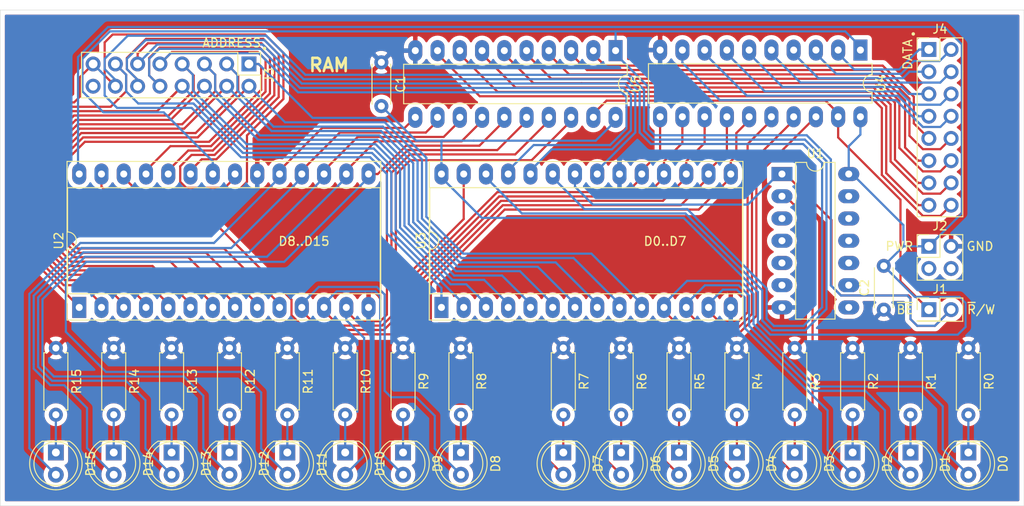
<source format=kicad_pcb>
(kicad_pcb (version 20171130) (host pcbnew "(5.1.4)-1")
  (layers (0 F.Cu signal) (31 B.Cu signal) (34 B.Paste user) (35 F.Paste user) (36 B.SilkS user) (37 F.SilkS user) (38 B.Mask user) (39 F.Mask user) (44 Edge.Cuts user))
  (net 0 "")
  (net 1 VCC)
  (net 2 GND)
  (net 3 "Net-(D1-Pad1)")
  (net 4 "Net-(D2-Pad1)")
  (net 5 "Net-(D3-Pad1)")
  (net 6 "Net-(D4-Pad1)")
  (net 7 "Net-(D5-Pad1)")
  (net 8 "Net-(D6-Pad1)")
  (net 9 "Net-(D7-Pad1)")
  (net 10 "Net-(D8-Pad1)")
  (net 11 "Net-(D9-Pad1)")
  (net 12 "Net-(D10-Pad1)")
  (net 13 "Net-(D11-Pad1)")
  (net 14 "Net-(D12-Pad1)")
  (net 15 "Net-(D13-Pad1)")
  (net 16 "Net-(D14-Pad1)")
  (net 17 "Net-(D15-Pad1)")
  (net 18 /~R~-W)
  (net 19 /~BE~)
  (net 20 "/CONN PWR/~CLK~")
  (net 21 "/CONN PWR/CLK")
  (net 22 /memory/A15)
  (net 23 /memory/A14)
  (net 24 /memory/A13)
  (net 25 /memory/A12)
  (net 26 /memory/A11)
  (net 27 /memory/A10)
  (net 28 /memory/A9)
  (net 29 /memory/A8)
  (net 30 /memory/A7)
  (net 31 /memory/A6)
  (net 32 /memory/A5)
  (net 33 /memory/A4)
  (net 34 /memory/A3)
  (net 35 /memory/A2)
  (net 36 /memory/A1)
  (net 37 /memory/A0)
  (net 38 "/CON BUS DATA/D15")
  (net 39 "/CON BUS DATA/D14")
  (net 40 "/CON BUS DATA/D13")
  (net 41 "/CON BUS DATA/D12")
  (net 42 "/CON BUS DATA/D11")
  (net 43 "/CON BUS DATA/D10")
  (net 44 "/CON BUS DATA/D9")
  (net 45 "/CON BUS DATA/D8")
  (net 46 "/CON BUS DATA/D7")
  (net 47 "/CON BUS DATA/D6")
  (net 48 "/CON BUS DATA/D5")
  (net 49 "/CON BUS DATA/D4")
  (net 50 "/CON BUS DATA/D3")
  (net 51 "/CON BUS DATA/D2")
  (net 52 "/CON BUS DATA/D1")
  (net 53 "/CON BUS DATA/D0")
  (net 54 /memory/~WE~)
  (net 55 "Net-(D0-Pad1)")
  (net 56 /memory/D0)
  (net 57 /memory/D1)
  (net 58 /memory/D2)
  (net 59 /memory/D3)
  (net 60 /memory/D4)
  (net 61 /memory/D5)
  (net 62 /memory/D6)
  (net 63 /memory/D7)
  (net 64 /memory/D8)
  (net 65 /memory/D9)
  (net 66 /memory/D10)
  (net 67 /memory/D11)
  (net 68 /memory/D12)
  (net 69 /memory/D13)
  (net 70 /memory/D14)
  (net 71 /memory/D15)
  (module Package_DIP:DIP-14_W7.62mm_LongPads (layer F.Cu) (at 171.0055 80.391)
    (fp_text reference U1 (at 3.81 -2.33) (layer F.SilkS))
    (fp_text value 74LS04)
    (pad 14 thru_hole oval (at 7.62 0) (size 2.4 1.6) (drill 0.8) (layers *.Cu *.Mask) (net 1 VCC))
    (pad 7 thru_hole oval (at 0 15.24) (size 2.4 1.6) (drill 0.8) (layers *.Cu *.Mask) (net 2 GND))
    (pad 13 thru_hole oval (at 7.62 2.54) (size 2.4 1.6) (drill 0.8) (layers *.Cu *.Mask))
    (pad 6 thru_hole oval (at 0 12.7) (size 2.4 1.6) (drill 0.8) (layers *.Cu *.Mask))
    (pad 12 thru_hole oval (at 7.62 5.08) (size 2.4 1.6) (drill 0.8) (layers *.Cu *.Mask))
    (pad 5 thru_hole oval (at 0 10.16) (size 2.4 1.6) (drill 0.8) (layers *.Cu *.Mask))
    (pad 11 thru_hole oval (at 7.62 7.62) (size 2.4 1.6) (drill 0.8) (layers *.Cu *.Mask))
    (pad 4 thru_hole oval (at 0 7.62) (size 2.4 1.6) (drill 0.8) (layers *.Cu *.Mask))
    (pad 10 thru_hole oval (at 7.62 10.16) (size 2.4 1.6) (drill 0.8) (layers *.Cu *.Mask))
    (pad 3 thru_hole oval (at 0 5.08) (size 2.4 1.6) (drill 0.8) (layers *.Cu *.Mask))
    (pad 9 thru_hole oval (at 7.62 12.7) (size 2.4 1.6) (drill 0.8) (layers *.Cu *.Mask))
    (pad 2 thru_hole oval (at 0 2.54) (size 2.4 1.6) (drill 0.8) (layers *.Cu *.Mask) (net 54 /memory/~WE~))
    (pad 8 thru_hole oval (at 7.62 15.24) (size 2.4 1.6) (drill 0.8) (layers *.Cu *.Mask))
    (pad 1 thru_hole rect (at 0 0) (size 2.4 1.6) (drill 0.8) (layers *.Cu *.Mask) (net 18 /~R~-W))
  )
  (module Package_DIP:DIP-20_W7.62mm_LongPads (layer F.Cu) (at 152.019 66.294 270)
    (fp_text reference U5 (at 3.81 -2.33 90) (layer F.SilkS))
    (fp_text value 74LS245)
    (pad 1 thru_hole rect (at 0 0 270) (size 2.4 1.6) (drill 0.8) (layers *.Cu *.Mask) (net 18 /~R~-W))
    (pad 11 thru_hole oval (at 7.62 22.86 270) (size 2.4 1.6) (drill 0.8) (layers *.Cu *.Mask) (net 71 /memory/D15))
    (pad 2 thru_hole oval (at 0 2.54 270) (size 2.4 1.6) (drill 0.8) (layers *.Cu *.Mask) (net 45 "/CON BUS DATA/D8"))
    (pad 12 thru_hole oval (at 7.62 20.32 270) (size 2.4 1.6) (drill 0.8) (layers *.Cu *.Mask) (net 70 /memory/D14))
    (pad 3 thru_hole oval (at 0 5.08 270) (size 2.4 1.6) (drill 0.8) (layers *.Cu *.Mask) (net 44 "/CON BUS DATA/D9"))
    (pad 13 thru_hole oval (at 7.62 17.78 270) (size 2.4 1.6) (drill 0.8) (layers *.Cu *.Mask) (net 69 /memory/D13))
    (pad 4 thru_hole oval (at 0 7.62 270) (size 2.4 1.6) (drill 0.8) (layers *.Cu *.Mask) (net 43 "/CON BUS DATA/D10"))
    (pad 14 thru_hole oval (at 7.62 15.24 270) (size 2.4 1.6) (drill 0.8) (layers *.Cu *.Mask) (net 68 /memory/D12))
    (pad 5 thru_hole oval (at 0 10.16 270) (size 2.4 1.6) (drill 0.8) (layers *.Cu *.Mask) (net 42 "/CON BUS DATA/D11"))
    (pad 15 thru_hole oval (at 7.62 12.7 270) (size 2.4 1.6) (drill 0.8) (layers *.Cu *.Mask) (net 67 /memory/D11))
    (pad 6 thru_hole oval (at 0 12.7 270) (size 2.4 1.6) (drill 0.8) (layers *.Cu *.Mask) (net 41 "/CON BUS DATA/D12"))
    (pad 16 thru_hole oval (at 7.62 10.16 270) (size 2.4 1.6) (drill 0.8) (layers *.Cu *.Mask) (net 66 /memory/D10))
    (pad 7 thru_hole oval (at 0 15.24 270) (size 2.4 1.6) (drill 0.8) (layers *.Cu *.Mask) (net 40 "/CON BUS DATA/D13"))
    (pad 17 thru_hole oval (at 7.62 7.62 270) (size 2.4 1.6) (drill 0.8) (layers *.Cu *.Mask) (net 65 /memory/D9))
    (pad 8 thru_hole oval (at 0 17.78 270) (size 2.4 1.6) (drill 0.8) (layers *.Cu *.Mask) (net 39 "/CON BUS DATA/D14"))
    (pad 18 thru_hole oval (at 7.62 5.08 270) (size 2.4 1.6) (drill 0.8) (layers *.Cu *.Mask) (net 64 /memory/D8))
    (pad 9 thru_hole oval (at 0 20.32 270) (size 2.4 1.6) (drill 0.8) (layers *.Cu *.Mask) (net 38 "/CON BUS DATA/D15"))
    (pad 19 thru_hole oval (at 7.62 2.54 270) (size 2.4 1.6) (drill 0.8) (layers *.Cu *.Mask) (net 19 /~BE~))
    (pad 10 thru_hole oval (at 0 22.86 270) (size 2.4 1.6) (drill 0.8) (layers *.Cu *.Mask) (net 2 GND))
    (pad 20 thru_hole oval (at 7.62 0 270) (size 2.4 1.6) (drill 0.8) (layers *.Cu *.Mask) (net 1 VCC))
  )
  (module Connector_PinHeader_2.54mm:PinHeader_2x08_P2.54mm_Vertical (layer F.Cu) (at 110.1725 67.818 270)
    (fp_text reference J3 (at 1.27 -2.33 90) (layer F.SilkS))
    (fp_text value Conn_02x08_Odd_Even)
    (pad 16 thru_hole oval (at 2.54 17.78 270) (size 1.7 1.7) (drill 1) (layers *.Cu *.Mask) (net 22 /memory/A15))
    (pad 15 thru_hole oval (at 0 17.78 270) (size 1.7 1.7) (drill 1) (layers *.Cu *.Mask) (net 23 /memory/A14))
    (pad 14 thru_hole oval (at 2.54 15.24 270) (size 1.7 1.7) (drill 1) (layers *.Cu *.Mask) (net 24 /memory/A13))
    (pad 13 thru_hole oval (at 0 15.24 270) (size 1.7 1.7) (drill 1) (layers *.Cu *.Mask) (net 25 /memory/A12))
    (pad 12 thru_hole oval (at 2.54 12.7 270) (size 1.7 1.7) (drill 1) (layers *.Cu *.Mask) (net 26 /memory/A11))
    (pad 11 thru_hole oval (at 0 12.7 270) (size 1.7 1.7) (drill 1) (layers *.Cu *.Mask) (net 27 /memory/A10))
    (pad 10 thru_hole oval (at 2.54 10.16 270) (size 1.7 1.7) (drill 1) (layers *.Cu *.Mask) (net 28 /memory/A9))
    (pad 9 thru_hole oval (at 0 10.16 270) (size 1.7 1.7) (drill 1) (layers *.Cu *.Mask) (net 29 /memory/A8))
    (pad 8 thru_hole oval (at 2.54 7.62 270) (size 1.7 1.7) (drill 1) (layers *.Cu *.Mask) (net 30 /memory/A7))
    (pad 7 thru_hole oval (at 0 7.62 270) (size 1.7 1.7) (drill 1) (layers *.Cu *.Mask) (net 31 /memory/A6))
    (pad 6 thru_hole oval (at 2.54 5.08 270) (size 1.7 1.7) (drill 1) (layers *.Cu *.Mask) (net 32 /memory/A5))
    (pad 5 thru_hole oval (at 0 5.08 270) (size 1.7 1.7) (drill 1) (layers *.Cu *.Mask) (net 33 /memory/A4))
    (pad 4 thru_hole oval (at 2.54 2.54 270) (size 1.7 1.7) (drill 1) (layers *.Cu *.Mask) (net 34 /memory/A3))
    (pad 3 thru_hole oval (at 0 2.54 270) (size 1.7 1.7) (drill 1) (layers *.Cu *.Mask) (net 35 /memory/A2))
    (pad 2 thru_hole oval (at 2.54 0 270) (size 1.7 1.7) (drill 1) (layers *.Cu *.Mask) (net 36 /memory/A1))
    (pad 1 thru_hole rect (at 0 0 270) (size 1.7 1.7) (drill 1) (layers *.Cu *.Mask) (net 37 /memory/A0))
  )
  (module Package_DIP:DIP-20_W7.62mm_LongPads (layer F.Cu) (at 179.959 66.2305 270)
    (fp_text reference U4 (at 3.81 -2.33 90) (layer F.SilkS))
    (fp_text value 74LS245)
    (pad 1 thru_hole rect (at 0 0 270) (size 2.4 1.6) (drill 0.8) (layers *.Cu *.Mask) (net 18 /~R~-W))
    (pad 11 thru_hole oval (at 7.62 22.86 270) (size 2.4 1.6) (drill 0.8) (layers *.Cu *.Mask) (net 63 /memory/D7))
    (pad 2 thru_hole oval (at 0 2.54 270) (size 2.4 1.6) (drill 0.8) (layers *.Cu *.Mask) (net 53 "/CON BUS DATA/D0"))
    (pad 12 thru_hole oval (at 7.62 20.32 270) (size 2.4 1.6) (drill 0.8) (layers *.Cu *.Mask) (net 62 /memory/D6))
    (pad 3 thru_hole oval (at 0 5.08 270) (size 2.4 1.6) (drill 0.8) (layers *.Cu *.Mask) (net 52 "/CON BUS DATA/D1"))
    (pad 13 thru_hole oval (at 7.62 17.78 270) (size 2.4 1.6) (drill 0.8) (layers *.Cu *.Mask) (net 61 /memory/D5))
    (pad 4 thru_hole oval (at 0 7.62 270) (size 2.4 1.6) (drill 0.8) (layers *.Cu *.Mask) (net 51 "/CON BUS DATA/D2"))
    (pad 14 thru_hole oval (at 7.62 15.24 270) (size 2.4 1.6) (drill 0.8) (layers *.Cu *.Mask) (net 60 /memory/D4))
    (pad 5 thru_hole oval (at 0 10.16 270) (size 2.4 1.6) (drill 0.8) (layers *.Cu *.Mask) (net 50 "/CON BUS DATA/D3"))
    (pad 15 thru_hole oval (at 7.62 12.7 270) (size 2.4 1.6) (drill 0.8) (layers *.Cu *.Mask) (net 59 /memory/D3))
    (pad 6 thru_hole oval (at 0 12.7 270) (size 2.4 1.6) (drill 0.8) (layers *.Cu *.Mask) (net 49 "/CON BUS DATA/D4"))
    (pad 16 thru_hole oval (at 7.62 10.16 270) (size 2.4 1.6) (drill 0.8) (layers *.Cu *.Mask) (net 58 /memory/D2))
    (pad 7 thru_hole oval (at 0 15.24 270) (size 2.4 1.6) (drill 0.8) (layers *.Cu *.Mask) (net 48 "/CON BUS DATA/D5"))
    (pad 17 thru_hole oval (at 7.62 7.62 270) (size 2.4 1.6) (drill 0.8) (layers *.Cu *.Mask) (net 57 /memory/D1))
    (pad 8 thru_hole oval (at 0 17.78 270) (size 2.4 1.6) (drill 0.8) (layers *.Cu *.Mask) (net 47 "/CON BUS DATA/D6"))
    (pad 18 thru_hole oval (at 7.62 5.08 270) (size 2.4 1.6) (drill 0.8) (layers *.Cu *.Mask) (net 56 /memory/D0))
    (pad 9 thru_hole oval (at 0 20.32 270) (size 2.4 1.6) (drill 0.8) (layers *.Cu *.Mask) (net 46 "/CON BUS DATA/D7"))
    (pad 19 thru_hole oval (at 7.62 2.54 270) (size 2.4 1.6) (drill 0.8) (layers *.Cu *.Mask) (net 19 /~BE~))
    (pad 10 thru_hole oval (at 0 22.86 270) (size 2.4 1.6) (drill 0.8) (layers *.Cu *.Mask) (net 2 GND))
    (pad 20 thru_hole oval (at 7.62 0 270) (size 2.4 1.6) (drill 0.8) (layers *.Cu *.Mask) (net 1 VCC))
  )
  (module Package_DIP:DIP-28_W15.24mm_Socket_LongPads (layer F.Cu) (at 132.1435 95.631 90)
    (fp_text reference U3 (at 7.62 -2.33 90) (layer F.SilkS))
    (fp_text value AT28C256-15PU)
    (pad 1 thru_hole rect (at 0 0 90) (size 2.4 1.6) (drill 0.8) (layers *.Cu *.Mask) (net 23 /memory/A14))
    (pad 15 thru_hole oval (at 15.24 33.02 90) (size 2.4 1.6) (drill 0.8) (layers *.Cu *.Mask) (net 59 /memory/D3))
    (pad 2 thru_hole oval (at 0 2.54 90) (size 2.4 1.6) (drill 0.8) (layers *.Cu *.Mask) (net 25 /memory/A12))
    (pad 16 thru_hole oval (at 15.24 30.48 90) (size 2.4 1.6) (drill 0.8) (layers *.Cu *.Mask) (net 60 /memory/D4))
    (pad 3 thru_hole oval (at 0 5.08 90) (size 2.4 1.6) (drill 0.8) (layers *.Cu *.Mask) (net 30 /memory/A7))
    (pad 17 thru_hole oval (at 15.24 27.94 90) (size 2.4 1.6) (drill 0.8) (layers *.Cu *.Mask) (net 61 /memory/D5))
    (pad 4 thru_hole oval (at 0 7.62 90) (size 2.4 1.6) (drill 0.8) (layers *.Cu *.Mask) (net 31 /memory/A6))
    (pad 18 thru_hole oval (at 15.24 25.4 90) (size 2.4 1.6) (drill 0.8) (layers *.Cu *.Mask) (net 62 /memory/D6))
    (pad 5 thru_hole oval (at 0 10.16 90) (size 2.4 1.6) (drill 0.8) (layers *.Cu *.Mask) (net 32 /memory/A5))
    (pad 19 thru_hole oval (at 15.24 22.86 90) (size 2.4 1.6) (drill 0.8) (layers *.Cu *.Mask) (net 63 /memory/D7))
    (pad 6 thru_hole oval (at 0 12.7 90) (size 2.4 1.6) (drill 0.8) (layers *.Cu *.Mask) (net 33 /memory/A4))
    (pad 20 thru_hole oval (at 15.24 20.32 90) (size 2.4 1.6) (drill 0.8) (layers *.Cu *.Mask) (net 2 GND))
    (pad 7 thru_hole oval (at 0 15.24 90) (size 2.4 1.6) (drill 0.8) (layers *.Cu *.Mask) (net 34 /memory/A3))
    (pad 21 thru_hole oval (at 15.24 17.78 90) (size 2.4 1.6) (drill 0.8) (layers *.Cu *.Mask) (net 27 /memory/A10))
    (pad 8 thru_hole oval (at 0 17.78 90) (size 2.4 1.6) (drill 0.8) (layers *.Cu *.Mask) (net 35 /memory/A2))
    (pad 22 thru_hole oval (at 15.24 15.24 90) (size 2.4 1.6) (drill 0.8) (layers *.Cu *.Mask) (net 18 /~R~-W))
    (pad 9 thru_hole oval (at 0 20.32 90) (size 2.4 1.6) (drill 0.8) (layers *.Cu *.Mask) (net 36 /memory/A1))
    (pad 23 thru_hole oval (at 15.24 12.7 90) (size 2.4 1.6) (drill 0.8) (layers *.Cu *.Mask) (net 26 /memory/A11))
    (pad 10 thru_hole oval (at 0 22.86 90) (size 2.4 1.6) (drill 0.8) (layers *.Cu *.Mask) (net 37 /memory/A0))
    (pad 24 thru_hole oval (at 15.24 10.16 90) (size 2.4 1.6) (drill 0.8) (layers *.Cu *.Mask) (net 28 /memory/A9))
    (pad 11 thru_hole oval (at 0 25.4 90) (size 2.4 1.6) (drill 0.8) (layers *.Cu *.Mask) (net 56 /memory/D0))
    (pad 25 thru_hole oval (at 15.24 7.62 90) (size 2.4 1.6) (drill 0.8) (layers *.Cu *.Mask) (net 29 /memory/A8))
    (pad 12 thru_hole oval (at 0 27.94 90) (size 2.4 1.6) (drill 0.8) (layers *.Cu *.Mask) (net 57 /memory/D1))
    (pad 26 thru_hole oval (at 15.24 5.08 90) (size 2.4 1.6) (drill 0.8) (layers *.Cu *.Mask) (net 24 /memory/A13))
    (pad 13 thru_hole oval (at 0 30.48 90) (size 2.4 1.6) (drill 0.8) (layers *.Cu *.Mask) (net 58 /memory/D2))
    (pad 27 thru_hole oval (at 15.24 2.54 90) (size 2.4 1.6) (drill 0.8) (layers *.Cu *.Mask) (net 54 /memory/~WE~))
    (pad 14 thru_hole oval (at 0 33.02 90) (size 2.4 1.6) (drill 0.8) (layers *.Cu *.Mask) (net 2 GND))
    (pad 28 thru_hole oval (at 15.24 0 90) (size 2.4 1.6) (drill 0.8) (layers *.Cu *.Mask) (net 1 VCC))
  )
  (module Package_DIP:DIP-28_W15.24mm_Socket_LongPads (layer F.Cu) (at 90.805 95.631 90)
    (fp_text reference U2 (at 7.62 -2.33 90) (layer F.SilkS))
    (fp_text value AT28C256-15PU)
    (pad 1 thru_hole rect (at 0 0 90) (size 2.4 1.6) (drill 0.8) (layers *.Cu *.Mask) (net 23 /memory/A14))
    (pad 15 thru_hole oval (at 15.24 33.02 90) (size 2.4 1.6) (drill 0.8) (layers *.Cu *.Mask) (net 67 /memory/D11))
    (pad 2 thru_hole oval (at 0 2.54 90) (size 2.4 1.6) (drill 0.8) (layers *.Cu *.Mask) (net 25 /memory/A12))
    (pad 16 thru_hole oval (at 15.24 30.48 90) (size 2.4 1.6) (drill 0.8) (layers *.Cu *.Mask) (net 68 /memory/D12))
    (pad 3 thru_hole oval (at 0 5.08 90) (size 2.4 1.6) (drill 0.8) (layers *.Cu *.Mask) (net 30 /memory/A7))
    (pad 17 thru_hole oval (at 15.24 27.94 90) (size 2.4 1.6) (drill 0.8) (layers *.Cu *.Mask) (net 69 /memory/D13))
    (pad 4 thru_hole oval (at 0 7.62 90) (size 2.4 1.6) (drill 0.8) (layers *.Cu *.Mask) (net 31 /memory/A6))
    (pad 18 thru_hole oval (at 15.24 25.4 90) (size 2.4 1.6) (drill 0.8) (layers *.Cu *.Mask) (net 70 /memory/D14))
    (pad 5 thru_hole oval (at 0 10.16 90) (size 2.4 1.6) (drill 0.8) (layers *.Cu *.Mask) (net 32 /memory/A5))
    (pad 19 thru_hole oval (at 15.24 22.86 90) (size 2.4 1.6) (drill 0.8) (layers *.Cu *.Mask) (net 71 /memory/D15))
    (pad 6 thru_hole oval (at 0 12.7 90) (size 2.4 1.6) (drill 0.8) (layers *.Cu *.Mask) (net 33 /memory/A4))
    (pad 20 thru_hole oval (at 15.24 20.32 90) (size 2.4 1.6) (drill 0.8) (layers *.Cu *.Mask) (net 2 GND))
    (pad 7 thru_hole oval (at 0 15.24 90) (size 2.4 1.6) (drill 0.8) (layers *.Cu *.Mask) (net 34 /memory/A3))
    (pad 21 thru_hole oval (at 15.24 17.78 90) (size 2.4 1.6) (drill 0.8) (layers *.Cu *.Mask) (net 27 /memory/A10))
    (pad 8 thru_hole oval (at 0 17.78 90) (size 2.4 1.6) (drill 0.8) (layers *.Cu *.Mask) (net 35 /memory/A2))
    (pad 22 thru_hole oval (at 15.24 15.24 90) (size 2.4 1.6) (drill 0.8) (layers *.Cu *.Mask) (net 18 /~R~-W))
    (pad 9 thru_hole oval (at 0 20.32 90) (size 2.4 1.6) (drill 0.8) (layers *.Cu *.Mask) (net 36 /memory/A1))
    (pad 23 thru_hole oval (at 15.24 12.7 90) (size 2.4 1.6) (drill 0.8) (layers *.Cu *.Mask) (net 26 /memory/A11))
    (pad 10 thru_hole oval (at 0 22.86 90) (size 2.4 1.6) (drill 0.8) (layers *.Cu *.Mask) (net 37 /memory/A0))
    (pad 24 thru_hole oval (at 15.24 10.16 90) (size 2.4 1.6) (drill 0.8) (layers *.Cu *.Mask) (net 28 /memory/A9))
    (pad 11 thru_hole oval (at 0 25.4 90) (size 2.4 1.6) (drill 0.8) (layers *.Cu *.Mask) (net 64 /memory/D8))
    (pad 25 thru_hole oval (at 15.24 7.62 90) (size 2.4 1.6) (drill 0.8) (layers *.Cu *.Mask) (net 29 /memory/A8))
    (pad 12 thru_hole oval (at 0 27.94 90) (size 2.4 1.6) (drill 0.8) (layers *.Cu *.Mask) (net 65 /memory/D9))
    (pad 26 thru_hole oval (at 15.24 5.08 90) (size 2.4 1.6) (drill 0.8) (layers *.Cu *.Mask) (net 24 /memory/A13))
    (pad 13 thru_hole oval (at 0 30.48 90) (size 2.4 1.6) (drill 0.8) (layers *.Cu *.Mask) (net 66 /memory/D10))
    (pad 27 thru_hole oval (at 15.24 2.54 90) (size 2.4 1.6) (drill 0.8) (layers *.Cu *.Mask) (net 54 /memory/~WE~))
    (pad 14 thru_hole oval (at 0 33.02 90) (size 2.4 1.6) (drill 0.8) (layers *.Cu *.Mask) (net 2 GND))
    (pad 28 thru_hole oval (at 15.24 0 90) (size 2.4 1.6) (drill 0.8) (layers *.Cu *.Mask) (net 1 VCC))
  )
  (module Resistor_THT:R_Axial_DIN0207_L6.3mm_D2.5mm_P7.62mm_Horizontal (layer F.Cu) (at 192.278 100.2665 270)
    (fp_text reference R0 (at 3.81 -2.37 90) (layer F.SilkS))
    (fp_text value 5k)
    (pad 2 thru_hole oval (at 7.62 0 270) (size 1.6 1.6) (drill 0.8) (layers *.Cu *.Mask) (net 55 "Net-(D0-Pad1)"))
    (pad 1 thru_hole circle (at 0 0 270) (size 1.6 1.6) (drill 0.8) (layers *.Cu *.Mask) (net 2 GND))
  )
  (module Resistor_THT:R_Axial_DIN0207_L6.3mm_D2.5mm_P7.62mm_Horizontal (layer F.Cu) (at 185.674 100.2665 270)
    (fp_text reference R1 (at 3.81 -2.37 90) (layer F.SilkS))
    (fp_text value 5k)
    (pad 1 thru_hole circle (at 0 0 270) (size 1.6 1.6) (drill 0.8) (layers *.Cu *.Mask) (net 2 GND))
    (pad 2 thru_hole oval (at 7.62 0 270) (size 1.6 1.6) (drill 0.8) (layers *.Cu *.Mask) (net 3 "Net-(D1-Pad1)"))
  )
  (module Resistor_THT:R_Axial_DIN0207_L6.3mm_D2.5mm_P7.62mm_Horizontal (layer F.Cu) (at 179.07 100.2665 270)
    (fp_text reference R2 (at 3.81 -2.37 90) (layer F.SilkS))
    (fp_text value 5k)
    (pad 2 thru_hole oval (at 7.62 0 270) (size 1.6 1.6) (drill 0.8) (layers *.Cu *.Mask) (net 4 "Net-(D2-Pad1)"))
    (pad 1 thru_hole circle (at 0 0 270) (size 1.6 1.6) (drill 0.8) (layers *.Cu *.Mask) (net 2 GND))
  )
  (module Resistor_THT:R_Axial_DIN0207_L6.3mm_D2.5mm_P7.62mm_Horizontal (layer F.Cu) (at 172.466 100.2665 270)
    (fp_text reference R3 (at 3.81 -2.37 90) (layer F.SilkS))
    (fp_text value 5k)
    (pad 2 thru_hole oval (at 7.62 0 270) (size 1.6 1.6) (drill 0.8) (layers *.Cu *.Mask) (net 5 "Net-(D3-Pad1)"))
    (pad 1 thru_hole circle (at 0 0 270) (size 1.6 1.6) (drill 0.8) (layers *.Cu *.Mask) (net 2 GND))
  )
  (module Resistor_THT:R_Axial_DIN0207_L6.3mm_D2.5mm_P7.62mm_Horizontal (layer F.Cu) (at 165.862 100.2665 270)
    (fp_text reference R4 (at 3.81 -2.37 90) (layer F.SilkS))
    (fp_text value 5k)
    (pad 2 thru_hole oval (at 7.62 0 270) (size 1.6 1.6) (drill 0.8) (layers *.Cu *.Mask) (net 6 "Net-(D4-Pad1)"))
    (pad 1 thru_hole circle (at 0 0 270) (size 1.6 1.6) (drill 0.8) (layers *.Cu *.Mask) (net 2 GND))
  )
  (module Resistor_THT:R_Axial_DIN0207_L6.3mm_D2.5mm_P7.62mm_Horizontal (layer F.Cu) (at 159.258 100.2665 270)
    (fp_text reference R5 (at 3.81 -2.37 90) (layer F.SilkS))
    (fp_text value 5k)
    (pad 2 thru_hole oval (at 7.62 0 270) (size 1.6 1.6) (drill 0.8) (layers *.Cu *.Mask) (net 7 "Net-(D5-Pad1)"))
    (pad 1 thru_hole circle (at 0 0 270) (size 1.6 1.6) (drill 0.8) (layers *.Cu *.Mask) (net 2 GND))
  )
  (module Resistor_THT:R_Axial_DIN0207_L6.3mm_D2.5mm_P7.62mm_Horizontal (layer F.Cu) (at 152.654 100.2665 270)
    (fp_text reference R6 (at 3.81 -2.37 90) (layer F.SilkS))
    (fp_text value 5k)
    (pad 2 thru_hole oval (at 7.62 0 270) (size 1.6 1.6) (drill 0.8) (layers *.Cu *.Mask) (net 8 "Net-(D6-Pad1)"))
    (pad 1 thru_hole circle (at 0 0 270) (size 1.6 1.6) (drill 0.8) (layers *.Cu *.Mask) (net 2 GND))
  )
  (module Resistor_THT:R_Axial_DIN0207_L6.3mm_D2.5mm_P7.62mm_Horizontal (layer F.Cu) (at 146.05 100.2665 270)
    (fp_text reference R7 (at 3.81 -2.37 90) (layer F.SilkS))
    (fp_text value 5k)
    (pad 2 thru_hole oval (at 7.62 0 270) (size 1.6 1.6) (drill 0.8) (layers *.Cu *.Mask) (net 9 "Net-(D7-Pad1)"))
    (pad 1 thru_hole circle (at 0 0 270) (size 1.6 1.6) (drill 0.8) (layers *.Cu *.Mask) (net 2 GND))
  )
  (module Resistor_THT:R_Axial_DIN0207_L6.3mm_D2.5mm_P7.62mm_Horizontal (layer F.Cu) (at 134.366 100.2665 270)
    (fp_text reference R8 (at 3.81 -2.37 90) (layer F.SilkS))
    (fp_text value 5k)
    (pad 2 thru_hole oval (at 7.62 0 270) (size 1.6 1.6) (drill 0.8) (layers *.Cu *.Mask) (net 10 "Net-(D8-Pad1)"))
    (pad 1 thru_hole circle (at 0 0 270) (size 1.6 1.6) (drill 0.8) (layers *.Cu *.Mask) (net 2 GND))
  )
  (module Resistor_THT:R_Axial_DIN0207_L6.3mm_D2.5mm_P7.62mm_Horizontal (layer F.Cu) (at 127.762 100.2665 270)
    (fp_text reference R9 (at 3.81 -2.37 90) (layer F.SilkS))
    (fp_text value 5k)
    (pad 2 thru_hole oval (at 7.62 0 270) (size 1.6 1.6) (drill 0.8) (layers *.Cu *.Mask) (net 11 "Net-(D9-Pad1)"))
    (pad 1 thru_hole circle (at 0 0 270) (size 1.6 1.6) (drill 0.8) (layers *.Cu *.Mask) (net 2 GND))
  )
  (module Resistor_THT:R_Axial_DIN0207_L6.3mm_D2.5mm_P7.62mm_Horizontal (layer F.Cu) (at 121.158 100.2665 270)
    (fp_text reference R10 (at 3.81 -2.37 90) (layer F.SilkS))
    (fp_text value 5k)
    (pad 2 thru_hole oval (at 7.62 0 270) (size 1.6 1.6) (drill 0.8) (layers *.Cu *.Mask) (net 12 "Net-(D10-Pad1)"))
    (pad 1 thru_hole circle (at 0 0 270) (size 1.6 1.6) (drill 0.8) (layers *.Cu *.Mask) (net 2 GND))
  )
  (module Resistor_THT:R_Axial_DIN0207_L6.3mm_D2.5mm_P7.62mm_Horizontal (layer F.Cu) (at 114.554 100.2665 270)
    (fp_text reference R11 (at 3.81 -2.37 90) (layer F.SilkS))
    (fp_text value 5k)
    (pad 2 thru_hole oval (at 7.62 0 270) (size 1.6 1.6) (drill 0.8) (layers *.Cu *.Mask) (net 13 "Net-(D11-Pad1)"))
    (pad 1 thru_hole circle (at 0 0 270) (size 1.6 1.6) (drill 0.8) (layers *.Cu *.Mask) (net 2 GND))
  )
  (module Resistor_THT:R_Axial_DIN0207_L6.3mm_D2.5mm_P7.62mm_Horizontal (layer F.Cu) (at 107.95 100.2665 270)
    (fp_text reference R12 (at 3.81 -2.37 90) (layer F.SilkS))
    (fp_text value 5k)
    (pad 2 thru_hole oval (at 7.62 0 270) (size 1.6 1.6) (drill 0.8) (layers *.Cu *.Mask) (net 14 "Net-(D12-Pad1)"))
    (pad 1 thru_hole circle (at 0 0 270) (size 1.6 1.6) (drill 0.8) (layers *.Cu *.Mask) (net 2 GND))
  )
  (module Resistor_THT:R_Axial_DIN0207_L6.3mm_D2.5mm_P7.62mm_Horizontal (layer F.Cu) (at 101.346 100.2665 270)
    (fp_text reference R13 (at 3.81 -2.37 90) (layer F.SilkS))
    (fp_text value 5k)
    (pad 2 thru_hole oval (at 7.62 0 270) (size 1.6 1.6) (drill 0.8) (layers *.Cu *.Mask) (net 15 "Net-(D13-Pad1)"))
    (pad 1 thru_hole circle (at 0 0 270) (size 1.6 1.6) (drill 0.8) (layers *.Cu *.Mask) (net 2 GND))
  )
  (module Resistor_THT:R_Axial_DIN0207_L6.3mm_D2.5mm_P7.62mm_Horizontal (layer F.Cu) (at 94.742 100.2665 270)
    (fp_text reference R14 (at 3.81 -2.37 90) (layer F.SilkS))
    (fp_text value 5k)
    (pad 2 thru_hole oval (at 7.62 0 270) (size 1.6 1.6) (drill 0.8) (layers *.Cu *.Mask) (net 16 "Net-(D14-Pad1)"))
    (pad 1 thru_hole circle (at 0 0 270) (size 1.6 1.6) (drill 0.8) (layers *.Cu *.Mask) (net 2 GND))
  )
  (module Resistor_THT:R_Axial_DIN0207_L6.3mm_D2.5mm_P7.62mm_Horizontal (layer F.Cu) (at 88.138 100.2665 270)
    (fp_text reference R15 (at 3.81 -2.37 90) (layer F.SilkS))
    (fp_text value 5k)
    (pad 2 thru_hole oval (at 7.62 0 270) (size 1.6 1.6) (drill 0.8) (layers *.Cu *.Mask) (net 17 "Net-(D15-Pad1)"))
    (pad 1 thru_hole circle (at 0 0 270) (size 1.6 1.6) (drill 0.8) (layers *.Cu *.Mask) (net 2 GND))
  )
  (module Connector_PinHeader_2.54mm:PinHeader_2x08_P2.54mm_Vertical (layer F.Cu) (at 187.7695 66.167)
    (fp_text reference J4 (at 1.27 -2.33) (layer F.SilkS))
    (fp_text value Conn_02x08_Odd_Even)
    (pad 16 thru_hole oval (at 2.54 17.78) (size 1.7 1.7) (drill 1) (layers *.Cu *.Mask) (net 38 "/CON BUS DATA/D15"))
    (pad 15 thru_hole oval (at 0 17.78) (size 1.7 1.7) (drill 1) (layers *.Cu *.Mask) (net 39 "/CON BUS DATA/D14"))
    (pad 14 thru_hole oval (at 2.54 15.24) (size 1.7 1.7) (drill 1) (layers *.Cu *.Mask) (net 40 "/CON BUS DATA/D13"))
    (pad 13 thru_hole oval (at 0 15.24) (size 1.7 1.7) (drill 1) (layers *.Cu *.Mask) (net 41 "/CON BUS DATA/D12"))
    (pad 12 thru_hole oval (at 2.54 12.7) (size 1.7 1.7) (drill 1) (layers *.Cu *.Mask) (net 42 "/CON BUS DATA/D11"))
    (pad 11 thru_hole oval (at 0 12.7) (size 1.7 1.7) (drill 1) (layers *.Cu *.Mask) (net 43 "/CON BUS DATA/D10"))
    (pad 10 thru_hole oval (at 2.54 10.16) (size 1.7 1.7) (drill 1) (layers *.Cu *.Mask) (net 44 "/CON BUS DATA/D9"))
    (pad 9 thru_hole oval (at 0 10.16) (size 1.7 1.7) (drill 1) (layers *.Cu *.Mask) (net 45 "/CON BUS DATA/D8"))
    (pad 8 thru_hole oval (at 2.54 7.62) (size 1.7 1.7) (drill 1) (layers *.Cu *.Mask) (net 46 "/CON BUS DATA/D7"))
    (pad 7 thru_hole oval (at 0 7.62) (size 1.7 1.7) (drill 1) (layers *.Cu *.Mask) (net 47 "/CON BUS DATA/D6"))
    (pad 6 thru_hole oval (at 2.54 5.08) (size 1.7 1.7) (drill 1) (layers *.Cu *.Mask) (net 48 "/CON BUS DATA/D5"))
    (pad 5 thru_hole oval (at 0 5.08) (size 1.7 1.7) (drill 1) (layers *.Cu *.Mask) (net 49 "/CON BUS DATA/D4"))
    (pad 4 thru_hole oval (at 2.54 2.54) (size 1.7 1.7) (drill 1) (layers *.Cu *.Mask) (net 50 "/CON BUS DATA/D3"))
    (pad 3 thru_hole oval (at 0 2.54) (size 1.7 1.7) (drill 1) (layers *.Cu *.Mask) (net 51 "/CON BUS DATA/D2"))
    (pad 2 thru_hole oval (at 2.54 0) (size 1.7 1.7) (drill 1) (layers *.Cu *.Mask) (net 52 "/CON BUS DATA/D1"))
    (pad 1 thru_hole rect (at 0 0) (size 1.7 1.7) (drill 1) (layers *.Cu *.Mask) (net 53 "/CON BUS DATA/D0"))
  )
  (module Connector_PinHeader_2.54mm:PinHeader_2x02_P2.54mm_Vertical (layer F.Cu) (at 187.7695 88.646)
    (fp_text reference J2 (at 1.27 -2.33) (layer F.SilkS))
    (fp_text value Conn_02x02_Odd_Even)
    (pad 4 thru_hole oval (at 2.54 2.54) (size 1.7 1.7) (drill 1) (layers *.Cu *.Mask) (net 20 "/CONN PWR/~CLK~"))
    (pad 3 thru_hole oval (at 0 2.54) (size 1.7 1.7) (drill 1) (layers *.Cu *.Mask) (net 21 "/CONN PWR/CLK"))
    (pad 2 thru_hole oval (at 2.54 0) (size 1.7 1.7) (drill 1) (layers *.Cu *.Mask) (net 2 GND))
    (pad 1 thru_hole rect (at 0 0) (size 1.7 1.7) (drill 1) (layers *.Cu *.Mask) (net 1 VCC))
  )
  (module Connector_PinHeader_2.54mm:PinHeader_2x01_P2.54mm_Vertical (layer F.Cu) (at 187.7695 95.885)
    (fp_text reference J1 (at 1.27 -2.33) (layer F.SilkS))
    (fp_text value Conn_02x01)
    (pad 2 thru_hole oval (at 2.54 0) (size 1.7 1.7) (drill 1) (layers *.Cu *.Mask) (net 18 /~R~-W))
    (pad 1 thru_hole rect (at 0 0) (size 1.7 1.7) (drill 1) (layers *.Cu *.Mask) (net 19 /~BE~))
  )
  (module LED_THT:LED_D5.0mm (layer F.Cu) (at 192.278 112.2045 270)
    (fp_text reference D0 (at 1.27 -3.96 90) (layer F.SilkS))
    (fp_text value LED_ALT)
    (pad 1 thru_hole rect (at 0 0 270) (size 1.8 1.8) (drill 0.9) (layers *.Cu *.Mask) (net 55 "Net-(D0-Pad1)"))
    (pad 2 thru_hole circle (at 2.54 0 270) (size 1.8 1.8) (drill 0.9) (layers *.Cu *.Mask) (net 56 /memory/D0))
  )
  (module LED_THT:LED_D5.0mm (layer F.Cu) (at 185.674 112.2045 270)
    (fp_text reference D1 (at 1.27 -3.96 90) (layer F.SilkS))
    (fp_text value LED_ALT)
    (pad 1 thru_hole rect (at 0 0 270) (size 1.8 1.8) (drill 0.9) (layers *.Cu *.Mask) (net 3 "Net-(D1-Pad1)"))
    (pad 2 thru_hole circle (at 2.54 0 270) (size 1.8 1.8) (drill 0.9) (layers *.Cu *.Mask) (net 57 /memory/D1))
  )
  (module LED_THT:LED_D5.0mm (layer F.Cu) (at 179.07 112.2045 270)
    (fp_text reference D2 (at 1.27 -3.96 90) (layer F.SilkS))
    (fp_text value LED_ALT)
    (pad 1 thru_hole rect (at 0 0 270) (size 1.8 1.8) (drill 0.9) (layers *.Cu *.Mask) (net 4 "Net-(D2-Pad1)"))
    (pad 2 thru_hole circle (at 2.54 0 270) (size 1.8 1.8) (drill 0.9) (layers *.Cu *.Mask) (net 58 /memory/D2))
  )
  (module LED_THT:LED_D5.0mm (layer F.Cu) (at 172.466 112.2045 270)
    (fp_text reference D3 (at 1.27 -3.96 90) (layer F.SilkS))
    (fp_text value LED_ALT)
    (pad 1 thru_hole rect (at 0 0 270) (size 1.8 1.8) (drill 0.9) (layers *.Cu *.Mask) (net 5 "Net-(D3-Pad1)"))
    (pad 2 thru_hole circle (at 2.54 0 270) (size 1.8 1.8) (drill 0.9) (layers *.Cu *.Mask) (net 59 /memory/D3))
  )
  (module LED_THT:LED_D5.0mm (layer F.Cu) (at 165.862 112.2045 270)
    (fp_text reference D4 (at 1.27 -3.96 90) (layer F.SilkS))
    (fp_text value LED_ALT)
    (pad 1 thru_hole rect (at 0 0 270) (size 1.8 1.8) (drill 0.9) (layers *.Cu *.Mask) (net 6 "Net-(D4-Pad1)"))
    (pad 2 thru_hole circle (at 2.54 0 270) (size 1.8 1.8) (drill 0.9) (layers *.Cu *.Mask) (net 60 /memory/D4))
  )
  (module LED_THT:LED_D5.0mm (layer F.Cu) (at 159.258 112.2045 270)
    (fp_text reference D5 (at 1.27 -3.96 90) (layer F.SilkS))
    (fp_text value LED_ALT)
    (pad 1 thru_hole rect (at 0 0 270) (size 1.8 1.8) (drill 0.9) (layers *.Cu *.Mask) (net 7 "Net-(D5-Pad1)"))
    (pad 2 thru_hole circle (at 2.54 0 270) (size 1.8 1.8) (drill 0.9) (layers *.Cu *.Mask) (net 61 /memory/D5))
  )
  (module LED_THT:LED_D5.0mm (layer F.Cu) (at 152.654 112.2045 270)
    (fp_text reference D6 (at 1.27 -3.96 90) (layer F.SilkS))
    (fp_text value LED_ALT)
    (pad 1 thru_hole rect (at 0 0 270) (size 1.8 1.8) (drill 0.9) (layers *.Cu *.Mask) (net 8 "Net-(D6-Pad1)"))
    (pad 2 thru_hole circle (at 2.54 0 270) (size 1.8 1.8) (drill 0.9) (layers *.Cu *.Mask) (net 62 /memory/D6))
  )
  (module LED_THT:LED_D5.0mm (layer F.Cu) (at 146.05 112.2045 270)
    (fp_text reference D7 (at 1.27 -3.96 90) (layer F.SilkS))
    (fp_text value LED_ALT)
    (pad 1 thru_hole rect (at 0 0 270) (size 1.8 1.8) (drill 0.9) (layers *.Cu *.Mask) (net 9 "Net-(D7-Pad1)"))
    (pad 2 thru_hole circle (at 2.54 0 270) (size 1.8 1.8) (drill 0.9) (layers *.Cu *.Mask) (net 63 /memory/D7))
  )
  (module LED_THT:LED_D5.0mm (layer F.Cu) (at 134.366 112.2045 270)
    (fp_text reference D8 (at 1.27 -3.96 90) (layer F.SilkS))
    (fp_text value LED_ALT)
    (pad 1 thru_hole rect (at 0 0 270) (size 1.8 1.8) (drill 0.9) (layers *.Cu *.Mask) (net 10 "Net-(D8-Pad1)"))
    (pad 2 thru_hole circle (at 2.54 0 270) (size 1.8 1.8) (drill 0.9) (layers *.Cu *.Mask) (net 64 /memory/D8))
  )
  (module LED_THT:LED_D5.0mm (layer F.Cu) (at 127.762 112.2045 270)
    (fp_text reference D9 (at 1.27 -3.96 90) (layer F.SilkS))
    (fp_text value LED_ALT)
    (pad 1 thru_hole rect (at 0 0 270) (size 1.8 1.8) (drill 0.9) (layers *.Cu *.Mask) (net 11 "Net-(D9-Pad1)"))
    (pad 2 thru_hole circle (at 2.54 0 270) (size 1.8 1.8) (drill 0.9) (layers *.Cu *.Mask) (net 65 /memory/D9))
  )
  (module LED_THT:LED_D5.0mm (layer F.Cu) (at 121.158 112.2045 270)
    (fp_text reference D10 (at 1.27 -3.96 90) (layer F.SilkS))
    (fp_text value LED_ALT)
    (pad 1 thru_hole rect (at 0 0 270) (size 1.8 1.8) (drill 0.9) (layers *.Cu *.Mask) (net 12 "Net-(D10-Pad1)"))
    (pad 2 thru_hole circle (at 2.54 0 270) (size 1.8 1.8) (drill 0.9) (layers *.Cu *.Mask) (net 66 /memory/D10))
  )
  (module LED_THT:LED_D5.0mm (layer F.Cu) (at 114.554 112.2045 270)
    (fp_text reference D11 (at 1.27 -3.96 90) (layer F.SilkS))
    (fp_text value LED_ALT)
    (pad 1 thru_hole rect (at 0 0 270) (size 1.8 1.8) (drill 0.9) (layers *.Cu *.Mask) (net 13 "Net-(D11-Pad1)"))
    (pad 2 thru_hole circle (at 2.54 0 270) (size 1.8 1.8) (drill 0.9) (layers *.Cu *.Mask) (net 67 /memory/D11))
  )
  (module LED_THT:LED_D5.0mm (layer F.Cu) (at 107.95 112.2045 270)
    (fp_text reference D12 (at 1.27 -3.96 90) (layer F.SilkS))
    (fp_text value LED_ALT)
    (pad 1 thru_hole rect (at 0 0 270) (size 1.8 1.8) (drill 0.9) (layers *.Cu *.Mask) (net 14 "Net-(D12-Pad1)"))
    (pad 2 thru_hole circle (at 2.54 0 270) (size 1.8 1.8) (drill 0.9) (layers *.Cu *.Mask) (net 68 /memory/D12))
  )
  (module LED_THT:LED_D5.0mm (layer F.Cu) (at 101.346 112.2045 270)
    (fp_text reference D13 (at 1.27 -3.96 90) (layer F.SilkS))
    (fp_text value LED_ALT)
    (pad 1 thru_hole rect (at 0 0 270) (size 1.8 1.8) (drill 0.9) (layers *.Cu *.Mask) (net 15 "Net-(D13-Pad1)"))
    (pad 2 thru_hole circle (at 2.54 0 270) (size 1.8 1.8) (drill 0.9) (layers *.Cu *.Mask) (net 69 /memory/D13))
  )
  (module LED_THT:LED_D5.0mm (layer F.Cu) (at 94.742 112.2045 270)
    (fp_text reference D14 (at 1.27 -3.96 90) (layer F.SilkS))
    (fp_text value LED_ALT)
    (pad 1 thru_hole rect (at 0 0 270) (size 1.8 1.8) (drill 0.9) (layers *.Cu *.Mask) (net 16 "Net-(D14-Pad1)"))
    (pad 2 thru_hole circle (at 2.54 0 270) (size 1.8 1.8) (drill 0.9) (layers *.Cu *.Mask) (net 70 /memory/D14))
  )
  (module LED_THT:LED_D5.0mm (layer F.Cu) (at 88.138 112.2045 270)
    (fp_text reference D15 (at 1.27 -3.96 90) (layer F.SilkS))
    (fp_text value LED_ALT)
    (pad 1 thru_hole rect (at 0 0 270) (size 1.8 1.8) (drill 0.9) (layers *.Cu *.Mask) (net 17 "Net-(D15-Pad1)"))
    (pad 2 thru_hole circle (at 2.54 0 270) (size 1.8 1.8) (drill 0.9) (layers *.Cu *.Mask) (net 71 /memory/D15))
  )
  (module Capacitor_THT:C_Disc_D4.3mm_W1.9mm_P5.00mm (layer F.Cu) (at 182.626 95.885 90)
    (fp_text reference C2 (at 2.5 -2.2 90) (layer F.SilkS))
    (fp_text value 0.1µF)
    (pad 2 thru_hole circle (at 5 0 90) (size 1.6 1.6) (drill 0.8) (layers *.Cu *.Mask) (net 1 VCC))
    (pad 1 thru_hole circle (at 0 0 90) (size 1.6 1.6) (drill 0.8) (layers *.Cu *.Mask) (net 2 GND))
  )
  (module Capacitor_THT:C_Disc_D4.3mm_W1.9mm_P5.00mm (layer F.Cu) (at 125.2855 67.6275 270)
    (fp_text reference C1 (at 2.5 -2.2 90) (layer F.SilkS))
    (fp_text value 0.1µF)
    (pad 2 thru_hole circle (at 5 0 270) (size 1.6 1.6) (drill 0.8) (layers *.Cu *.Mask) (net 1 VCC))
    (pad 1 thru_hole circle (at 0 0 270) (size 1.6 1.6) (drill 0.8) (layers *.Cu *.Mask) (net 2 GND))
  )
  (gr_text D8..D15 (at 116.459 88.0745) (layer F.SilkS) (effects (font (size 1 1))))
  (gr_text D0..D7 (at 157.6705 88.0745) (layer F.SilkS) (effects (font (size 1 1))))
  (gr_text ~BE~ (at 185.039 95.885) (layer F.SilkS) (effects (font (size 1 1))))
  (gr_text ~R~/W (at 193.7385 95.885) (layer F.SilkS) (effects (font (size 1 1))))
  (gr_text GND (at 193.6115 88.646) (layer F.SilkS) (effects (font (size 1 1))))
  (gr_text PWR (at 184.404 88.646) (layer F.SilkS) (effects (font (size 1 1))))
  (gr_text DATA (at 185.3565 66.7385 90) (layer F.SilkS) (effects (font (size 1 1))))
  (gr_text ADDRESS (at 108.204 65.405) (layer F.SilkS) (effects (font (size 1 1))))
  (gr_circle (center 185.9915 64.389) (end 186.0915 64.389) (layer F.SilkS) (width 0.2))
  (gr_circle (center 111.9505 66.04) (end 112.0505 66.04) (layer F.SilkS) (width 0.2))
  (gr_text RAM (at 119.3165 67.945) (layer F.SilkS) (effects (font (size 1.5 1.5) (thickness 0.3))))
  (gr_line (start 81.788 61.6585) (end 81.788 118.3005) (layer Edge.Cuts) (width 0.05))
  (gr_line (start 198.628 61.6585) (end 81.788 61.6585) (layer Edge.Cuts) (width 0.05))
  (gr_line (start 198.628 118.3005) (end 198.628 61.6585) (layer Edge.Cuts) (width 0.05))
  (gr_line (start 81.788 118.3005) (end 198.628 118.3005) (layer Edge.Cuts) (width 0.05))
  (segment (start 184.865 88.646) (end 182.626 90.885) (width 0.25) (layer B.Cu) (net 1))
  (segment (start 187.7695 88.646) (end 184.865 88.646) (width 0.25) (layer B.Cu) (net 1))
  (segment (start 179.0255 80.391) (end 178.6255 80.391) (width 0.25) (layer B.Cu) (net 1))
  (segment (start 184.865 86.2305) (end 179.0255 80.391) (width 0.25) (layer B.Cu) (net 1))
  (segment (start 184.865 88.646) (end 184.865 86.2305) (width 0.25) (layer B.Cu) (net 1))
  (segment (start 179.959 73.8505) (end 179.959 75.8825) (width 0.25) (layer B.Cu) (net 1))
  (segment (start 178.6255 77.216) (end 178.6255 80.391) (width 0.25) (layer B.Cu) (net 1))
  (segment (start 179.959 75.8825) (end 178.6255 77.216) (width 0.25) (layer B.Cu) (net 1))
  (segment (start 152.019 74.314) (end 152.019 73.914) (width 0.25) (layer B.Cu) (net 1))
  (segment (start 149.752 76.581) (end 152.019 74.314) (width 0.25) (layer B.Cu) (net 1))
  (segment (start 135.8265 76.581) (end 149.752 76.581) (width 0.25) (layer B.Cu) (net 1))
  (segment (start 132.1435 80.391) (end 132.1435 78.941) (width 0.25) (layer B.Cu) (net 1))
  (segment (start 132.1435 76.581) (end 132.2705 76.581) (width 0.25) (layer B.Cu) (net 1))
  (segment (start 132.2705 76.581) (end 135.8265 76.581) (width 0.25) (layer B.Cu) (net 1))
  (segment (start 132.1435 78.941) (end 132.1435 76.581) (width 0.25) (layer B.Cu) (net 1))
  (segment (start 191.534501 84.880999) (end 187.7695 88.646) (width 0.25) (layer B.Cu) (net 1))
  (segment (start 191.534501 65.578999) (end 191.534501 84.880999) (width 0.25) (layer B.Cu) (net 1))
  (segment (start 189.548441 63.592939) (end 191.534501 65.578999) (width 0.25) (layer B.Cu) (net 1))
  (segment (start 94.097439 63.592939) (end 189.548441 63.592939) (width 0.25) (layer B.Cu) (net 1))
  (segment (start 90.667489 67.022889) (end 94.097439 63.592939) (width 0.25) (layer B.Cu) (net 1))
  (segment (start 90.667489 79.853489) (end 90.667489 67.022889) (width 0.25) (layer B.Cu) (net 1))
  (segment (start 90.805 79.991) (end 90.667489 79.853489) (width 0.25) (layer B.Cu) (net 1))
  (segment (start 90.805 80.391) (end 90.805 79.991) (width 0.25) (layer B.Cu) (net 1))
  (segment (start 125.2855 72.6275) (end 129.239 76.581) (width 0.25) (layer B.Cu) (net 1))
  (segment (start 129.239 76.581) (end 132.2705 76.581) (width 0.25) (layer B.Cu) (net 1))
  (segment (start 159.783871 85.399511) (end 168.259022 93.874662) (width 0.25) (layer B.Cu) (net 1))
  (segment (start 169.671999 98.742501) (end 191.0715 98.7425) (width 0.25) (layer B.Cu) (net 1))
  (segment (start 132.1435 80.391) (end 132.1435 80.791) (width 0.25) (layer B.Cu) (net 1))
  (segment (start 168.259022 93.874662) (end 168.259022 97.329524) (width 0.25) (layer B.Cu) (net 1))
  (segment (start 191.9605 97.8535) (end 191.9605 95.123) (width 0.25) (layer B.Cu) (net 1))
  (segment (start 191.262 94.4245) (end 186.1655 94.4245) (width 0.25) (layer B.Cu) (net 1))
  (segment (start 191.0715 98.7425) (end 191.9605 97.8535) (width 0.25) (layer B.Cu) (net 1))
  (segment (start 136.752011 85.399511) (end 159.783871 85.399511) (width 0.25) (layer B.Cu) (net 1))
  (segment (start 132.1435 80.791) (end 136.752011 85.399511) (width 0.25) (layer B.Cu) (net 1))
  (segment (start 168.259022 97.329524) (end 169.671999 98.742501) (width 0.25) (layer B.Cu) (net 1))
  (segment (start 191.9605 95.123) (end 191.262 94.4245) (width 0.25) (layer B.Cu) (net 1))
  (segment (start 186.1655 94.4245) (end 183.425999 91.684999) (width 0.25) (layer B.Cu) (net 1))
  (segment (start 183.425999 91.684999) (end 182.626 90.885) (width 0.25) (layer B.Cu) (net 1))
  (segment (start 185.674 111.0545) (end 185.674 107.8865) (width 0.25) (layer B.Cu) (net 3))
  (segment (start 185.674 112.2045) (end 185.674 111.0545) (width 0.25) (layer B.Cu) (net 3))
  (segment (start 179.07 111.0545) (end 179.07 107.8865) (width 0.25) (layer B.Cu) (net 4))
  (segment (start 179.07 112.2045) (end 179.07 111.0545) (width 0.25) (layer B.Cu) (net 4))
  (segment (start 172.466 111.0545) (end 172.466 107.8865) (width 0.25) (layer F.Cu) (net 5))
  (segment (start 172.466 112.2045) (end 172.466 111.0545) (width 0.25) (layer F.Cu) (net 5))
  (segment (start 165.862 111.0545) (end 165.862 107.8865) (width 0.25) (layer F.Cu) (net 6))
  (segment (start 165.862 112.2045) (end 165.862 111.0545) (width 0.25) (layer F.Cu) (net 6))
  (segment (start 159.258 111.0545) (end 159.258 107.8865) (width 0.25) (layer F.Cu) (net 7))
  (segment (start 159.258 112.2045) (end 159.258 111.0545) (width 0.25) (layer F.Cu) (net 7))
  (segment (start 152.654 111.0545) (end 152.654 107.8865) (width 0.25) (layer F.Cu) (net 8))
  (segment (start 152.654 112.2045) (end 152.654 111.0545) (width 0.25) (layer F.Cu) (net 8))
  (segment (start 146.05 112.2045) (end 146.05 107.8865) (width 0.25) (layer F.Cu) (net 9))
  (segment (start 134.366 107.8865) (end 134.366 112.2045) (width 0.25) (layer B.Cu) (net 10))
  (segment (start 127.762 111.0545) (end 127.762 107.8865) (width 0.25) (layer B.Cu) (net 11))
  (segment (start 127.762 112.2045) (end 127.762 111.0545) (width 0.25) (layer B.Cu) (net 11))
  (segment (start 121.158 111.0545) (end 121.158 107.8865) (width 0.25) (layer B.Cu) (net 12))
  (segment (start 121.158 112.2045) (end 121.158 111.0545) (width 0.25) (layer B.Cu) (net 12))
  (segment (start 114.554 112.2045) (end 114.554 107.8865) (width 0.25) (layer B.Cu) (net 13))
  (segment (start 107.95 111.0545) (end 107.95 107.8865) (width 0.25) (layer B.Cu) (net 14))
  (segment (start 107.95 112.2045) (end 107.95 111.0545) (width 0.25) (layer B.Cu) (net 14))
  (segment (start 101.346 111.0545) (end 101.346 107.8865) (width 0.25) (layer B.Cu) (net 15))
  (segment (start 101.346 112.2045) (end 101.346 111.0545) (width 0.25) (layer B.Cu) (net 15))
  (segment (start 94.742 112.2045) (end 94.742 107.8865) (width 0.25) (layer B.Cu) (net 16))
  (segment (start 88.138 112.2045) (end 88.138 107.8865) (width 0.25) (layer B.Cu) (net 17))
  (segment (start 179.959 65.8305) (end 179.959 66.2305) (width 0.25) (layer B.Cu) (net 18))
  (segment (start 178.221449 64.092949) (end 179.959 65.8305) (width 0.25) (layer B.Cu) (net 18))
  (segment (start 152.019 64.135) (end 152.019 66.294) (width 0.25) (layer B.Cu) (net 18))
  (segment (start 151.976949 64.092949) (end 152.019 64.135) (width 0.25) (layer B.Cu) (net 18))
  (segment (start 151.976949 64.092949) (end 178.221449 64.092949) (width 0.25) (layer B.Cu) (net 18))
  (segment (start 106.045 78.941) (end 100.4465 73.3425) (width 0.25) (layer B.Cu) (net 18))
  (segment (start 106.045 80.391) (end 106.045 78.941) (width 0.25) (layer B.Cu) (net 18))
  (segment (start 100.4465 73.3425) (end 93.563998 73.3425) (width 0.25) (layer B.Cu) (net 18))
  (segment (start 94.304549 64.092949) (end 151.976949 64.092949) (width 0.25) (layer B.Cu) (net 18))
  (segment (start 93.563998 73.3425) (end 91.167499 70.946001) (width 0.25) (layer B.Cu) (net 18))
  (segment (start 91.167499 70.946001) (end 91.167499 67.229999) (width 0.25) (layer B.Cu) (net 18))
  (segment (start 91.167499 67.229999) (end 94.304549 64.092949) (width 0.25) (layer B.Cu) (net 18))
  (segment (start 170.6055 80.391) (end 171.0055 80.391) (width 0.25) (layer B.Cu) (net 18))
  (segment (start 167.113 83.8835) (end 170.6055 80.391) (width 0.25) (layer B.Cu) (net 18))
  (segment (start 149.426 83.8835) (end 167.113 83.8835) (width 0.25) (layer B.Cu) (net 18))
  (segment (start 147.3835 80.391) (end 147.3835 81.841) (width 0.25) (layer B.Cu) (net 18))
  (segment (start 147.3835 81.841) (end 149.426 83.8835) (width 0.25) (layer B.Cu) (net 18))
  (segment (start 171.4055 80.391) (end 171.0055 80.391) (width 0.25) (layer F.Cu) (net 18))
  (segment (start 176.657 85.6425) (end 171.4055 80.391) (width 0.25) (layer F.Cu) (net 18))
  (segment (start 176.657 93.184215) (end 176.657 85.6425) (width 0.25) (layer F.Cu) (net 18))
  (segment (start 177.738795 94.26601) (end 176.657 93.184215) (width 0.25) (layer F.Cu) (net 18))
  (segment (start 190.3095 95.885) (end 188.468 97.7265) (width 0.25) (layer F.Cu) (net 18))
  (segment (start 186.436 97.7265) (end 185.674 96.9645) (width 0.25) (layer F.Cu) (net 18))
  (segment (start 185.674 96.9645) (end 185.674 94.49662) (width 0.25) (layer F.Cu) (net 18))
  (segment (start 185.674 94.49662) (end 185.44339 94.26601) (width 0.25) (layer F.Cu) (net 18))
  (segment (start 188.468 97.7265) (end 186.436 97.7265) (width 0.25) (layer F.Cu) (net 18))
  (segment (start 185.44339 94.26601) (end 177.738795 94.26601) (width 0.25) (layer F.Cu) (net 18))
  (segment (start 155.7655 70.4405) (end 152.019 66.694) (width 0.25) (layer B.Cu) (net 18))
  (segment (start 152.019 66.694) (end 152.019 66.294) (width 0.25) (layer B.Cu) (net 18))
  (segment (start 155.7655 75.2475) (end 155.7655 70.4405) (width 0.25) (layer B.Cu) (net 18))
  (segment (start 156.479978 75.961978) (end 155.7655 75.2475) (width 0.25) (layer B.Cu) (net 18))
  (segment (start 173.832722 75.961978) (end 156.479978 75.961978) (width 0.25) (layer B.Cu) (net 18))
  (segment (start 176.585511 78.714767) (end 173.832722 75.961978) (width 0.25) (layer B.Cu) (net 18))
  (segment (start 176.585511 93.112726) (end 176.585511 78.714767) (width 0.25) (layer B.Cu) (net 18))
  (segment (start 177.738795 94.26601) (end 176.585511 93.112726) (width 0.25) (layer B.Cu) (net 18))
  (segment (start 190.3095 95.885) (end 188.468 97.7265) (width 0.25) (layer B.Cu) (net 18))
  (segment (start 188.468 97.7265) (end 186.436 97.7265) (width 0.25) (layer B.Cu) (net 18))
  (segment (start 186.436 97.7265) (end 185.674 96.9645) (width 0.25) (layer B.Cu) (net 18))
  (segment (start 185.674 94.64012) (end 185.29989 94.26601) (width 0.25) (layer B.Cu) (net 18))
  (segment (start 185.674 96.9645) (end 185.674 94.64012) (width 0.25) (layer B.Cu) (net 18))
  (segment (start 185.29989 94.26601) (end 177.738795 94.26601) (width 0.25) (layer B.Cu) (net 18))
  (segment (start 175.9775 72.009) (end 177.419 73.4505) (width 0.25) (layer F.Cu) (net 19))
  (segment (start 150.984 72.009) (end 175.9775 72.009) (width 0.25) (layer F.Cu) (net 19))
  (segment (start 149.479 73.514) (end 150.984 72.009) (width 0.25) (layer F.Cu) (net 19))
  (segment (start 149.479 73.914) (end 149.479 73.514) (width 0.25) (layer F.Cu) (net 19))
  (segment (start 177.419 73.4505) (end 177.419 73.8505) (width 0.25) (layer F.Cu) (net 19))
  (segment (start 184.531 92.6465) (end 187.7695 95.885) (width 0.25) (layer F.Cu) (net 19))
  (segment (start 184.531 83.324821) (end 184.531 92.6465) (width 0.25) (layer F.Cu) (net 19))
  (segment (start 177.419 73.8505) (end 177.419 76.212821) (width 0.25) (layer F.Cu) (net 19))
  (segment (start 177.419 76.212821) (end 184.531 83.324821) (width 0.25) (layer F.Cu) (net 19))
  (segment (start 93.707499 71.418999) (end 93.707499 69.132999) (width 0.25) (layer B.Cu) (net 23))
  (segment (start 95.123 72.8345) (end 93.707499 71.418999) (width 0.25) (layer B.Cu) (net 23))
  (segment (start 103.632 72.8345) (end 95.123 72.8345) (width 0.25) (layer B.Cu) (net 23))
  (segment (start 124.007089 78.477592) (end 109.274981 78.477592) (width 0.25) (layer B.Cu) (net 23))
  (segment (start 125.9205 80.391003) (end 124.007089 78.477592) (width 0.25) (layer B.Cu) (net 23))
  (segment (start 125.9205 87.1855) (end 125.9205 80.391003) (width 0.25) (layer B.Cu) (net 23))
  (segment (start 132.1435 95.631) (end 132.1435 93.4085) (width 0.25) (layer B.Cu) (net 23))
  (segment (start 132.1435 93.4085) (end 125.9205 87.1855) (width 0.25) (layer B.Cu) (net 23))
  (segment (start 93.242499 68.667999) (end 92.3925 67.818) (width 0.25) (layer B.Cu) (net 23))
  (segment (start 109.083417 78.286028) (end 108.937048 78.139548) (width 0.25) (layer B.Cu) (net 23))
  (segment (start 93.707499 69.132999) (end 93.242499 68.667999) (width 0.25) (layer B.Cu) (net 23))
  (segment (start 108.937048 78.139548) (end 103.632 72.8345) (width 0.25) (layer B.Cu) (net 23))
  (segment (start 109.274981 78.477592) (end 109.083417 78.286028) (width 0.25) (layer B.Cu) (net 23))
  (segment (start 90.8685 69.342) (end 90.8685 71.5645) (width 0.25) (layer F.Cu) (net 23))
  (segment (start 84.709 89.4715) (end 90.805 95.5675) (width 0.25) (layer F.Cu) (net 23))
  (segment (start 92.3925 67.818) (end 90.8685 69.342) (width 0.25) (layer F.Cu) (net 23))
  (segment (start 90.8685 71.5645) (end 90.22551 72.20749) (width 0.25) (layer F.Cu) (net 23))
  (segment (start 90.22551 72.20749) (end 89.59051 72.20749) (width 0.25) (layer F.Cu) (net 23))
  (segment (start 89.59051 72.20749) (end 84.709 77.089) (width 0.25) (layer F.Cu) (net 23))
  (segment (start 90.805 95.5675) (end 90.805 95.631) (width 0.25) (layer F.Cu) (net 23))
  (segment (start 84.709 77.089) (end 84.709 89.4715) (width 0.25) (layer F.Cu) (net 23))
  (segment (start 97.56002 82.46602) (end 95.885 80.791) (width 0.25) (layer F.Cu) (net 24))
  (segment (start 108.761675 82.46602) (end 97.56002 82.46602) (width 0.25) (layer F.Cu) (net 24))
  (segment (start 109.94999 81.277705) (end 108.761675 82.46602) (width 0.25) (layer F.Cu) (net 24))
  (segment (start 114.1095 71.8185) (end 109.94999 75.97801) (width 0.25) (layer F.Cu) (net 24))
  (segment (start 114.1095 66.551512) (end 114.1095 71.8185) (width 0.25) (layer F.Cu) (net 24))
  (segment (start 93.707499 69.132999) (end 93.707499 65.360001) (width 0.25) (layer F.Cu) (net 24))
  (segment (start 94.9325 70.358) (end 93.707499 69.132999) (width 0.25) (layer F.Cu) (net 24))
  (segment (start 109.94999 75.97801) (end 109.94999 81.277705) (width 0.25) (layer F.Cu) (net 24))
  (segment (start 93.707499 65.360001) (end 94.615 64.4525) (width 0.25) (layer F.Cu) (net 24))
  (segment (start 94.615 64.4525) (end 111.506 64.4525) (width 0.25) (layer F.Cu) (net 24))
  (segment (start 95.885 80.791) (end 95.885 80.391) (width 0.25) (layer F.Cu) (net 24))
  (segment (start 111.506 64.4525) (end 112.010491 64.452503) (width 0.25) (layer F.Cu) (net 24))
  (segment (start 112.010491 64.452503) (end 114.1095 66.551512) (width 0.25) (layer F.Cu) (net 24))
  (segment (start 176.085499 78.921877) (end 173.625611 76.461989) (width 0.25) (layer B.Cu) (net 24))
  (segment (start 168.759033 93.667551) (end 168.759034 97.122414) (width 0.25) (layer B.Cu) (net 24))
  (segment (start 159.990984 84.899502) (end 168.759033 93.667551) (width 0.25) (layer B.Cu) (net 24))
  (segment (start 141.332 84.8995) (end 159.990984 84.899502) (width 0.25) (layer B.Cu) (net 24))
  (segment (start 169.87911 98.24249) (end 173.664513 98.242489) (width 0.25) (layer B.Cu) (net 24))
  (segment (start 176.0855 95.821502) (end 176.085499 78.921877) (width 0.25) (layer B.Cu) (net 24))
  (segment (start 173.664513 98.242489) (end 176.0855 95.821502) (width 0.25) (layer B.Cu) (net 24))
  (segment (start 137.2235 80.391) (end 137.2235 80.791) (width 0.25) (layer B.Cu) (net 24))
  (segment (start 137.2235 80.791) (end 141.332 84.8995) (width 0.25) (layer B.Cu) (net 24))
  (segment (start 168.759034 97.122414) (end 169.87911 98.24249) (width 0.25) (layer B.Cu) (net 24))
  (segment (start 173.625611 76.461989) (end 156.272867 76.461989) (width 0.25) (layer B.Cu) (net 24))
  (segment (start 156.272867 76.461989) (end 155.265487 75.454609) (width 0.25) (layer B.Cu) (net 24))
  (segment (start 155.265487 75.454609) (end 155.265486 70.775998) (width 0.25) (layer B.Cu) (net 24))
  (segment (start 155.265486 70.775998) (end 153.545946 69.056458) (width 0.25) (layer B.Cu) (net 24))
  (segment (start 153.545946 69.056458) (end 153.417759 69.056457) (width 0.25) (layer B.Cu) (net 24))
  (segment (start 153.417759 69.056457) (end 152.051659 69.056456) (width 0.25) (layer B.Cu) (net 24))
  (segment (start 152.051659 69.056456) (end 116.614446 69.056456) (width 0.25) (layer B.Cu) (net 24))
  (segment (start 116.614446 69.056456) (end 112.150944 64.592956) (width 0.25) (layer B.Cu) (net 24))
  (segment (start 112.150944 64.592956) (end 96.344539 64.592959) (width 0.25) (layer B.Cu) (net 24))
  (segment (start 96.344539 64.592959) (end 93.707499 67.229999) (width 0.25) (layer B.Cu) (net 24))
  (segment (start 93.707499 67.229999) (end 93.707499 68.406001) (width 0.25) (layer B.Cu) (net 24))
  (segment (start 93.707499 68.406001) (end 94.9325 69.631002) (width 0.25) (layer B.Cu) (net 24))
  (segment (start 94.9325 69.631002) (end 94.9325 70.358) (width 0.25) (layer B.Cu) (net 24))
  (segment (start 124.2142 77.977581) (end 109.482203 77.977581) (width 0.25) (layer B.Cu) (net 25))
  (segment (start 109.482203 77.977581) (end 103.839111 72.334489) (width 0.25) (layer B.Cu) (net 25))
  (segment (start 97.545989 72.334489) (end 96.157501 70.946001) (width 0.25) (layer B.Cu) (net 25))
  (segment (start 96.157501 70.946001) (end 96.157501 69.043001) (width 0.25) (layer B.Cu) (net 25))
  (segment (start 126.420511 86.968011) (end 126.42051 80.183891) (width 0.25) (layer B.Cu) (net 25))
  (segment (start 96.157501 69.043001) (end 95.782499 68.667999) (width 0.25) (layer B.Cu) (net 25))
  (segment (start 134.6835 95.231) (end 126.420511 86.968011) (width 0.25) (layer B.Cu) (net 25))
  (segment (start 134.6835 95.631) (end 134.6835 95.231) (width 0.25) (layer B.Cu) (net 25))
  (segment (start 126.42051 80.183891) (end 124.2142 77.977581) (width 0.25) (layer B.Cu) (net 25))
  (segment (start 103.839111 72.334489) (end 97.545989 72.334489) (width 0.25) (layer B.Cu) (net 25))
  (segment (start 95.782499 68.667999) (end 94.9325 67.818) (width 0.25) (layer B.Cu) (net 25))
  (segment (start 91.205 93.091) (end 93.345 95.231) (width 0.25) (layer F.Cu) (net 25))
  (segment (start 89.035622 93.091) (end 91.205 93.091) (width 0.25) (layer F.Cu) (net 25))
  (segment (start 89.797622 72.7075) (end 85.209011 77.296111) (width 0.25) (layer F.Cu) (net 25))
  (segment (start 94.396002 72.7075) (end 89.797622 72.7075) (width 0.25) (layer F.Cu) (net 25))
  (segment (start 96.157501 70.946001) (end 94.396002 72.7075) (width 0.25) (layer F.Cu) (net 25))
  (segment (start 94.9325 67.818) (end 96.157501 69.043001) (width 0.25) (layer F.Cu) (net 25))
  (segment (start 85.209011 77.296111) (end 85.209011 89.264389) (width 0.25) (layer F.Cu) (net 25))
  (segment (start 96.157501 69.043001) (end 96.157501 70.946001) (width 0.25) (layer F.Cu) (net 25))
  (segment (start 85.209011 89.264389) (end 89.035622 93.091) (width 0.25) (layer F.Cu) (net 25))
  (segment (start 93.345 95.231) (end 93.345 95.631) (width 0.25) (layer F.Cu) (net 25))
  (segment (start 97.4725 70.358) (end 97.4725 69.631002) (width 0.25) (layer F.Cu) (net 26))
  (segment (start 96.247499 67.1338) (end 98.428788 64.952511) (width 0.25) (layer F.Cu) (net 26))
  (segment (start 98.428788 64.952511) (end 111.803379 64.952511) (width 0.25) (layer F.Cu) (net 26))
  (segment (start 106.463948 78.708042) (end 104.787958 78.708042) (width 0.25) (layer F.Cu) (net 26))
  (segment (start 96.247499 68.406001) (end 96.247499 67.1338) (width 0.25) (layer F.Cu) (net 26))
  (segment (start 97.4725 69.631002) (end 96.247499 68.406001) (width 0.25) (layer F.Cu) (net 26))
  (segment (start 113.569542 71.602446) (end 106.463948 78.708042) (width 0.25) (layer F.Cu) (net 26))
  (segment (start 104.787958 78.708042) (end 103.505 79.991) (width 0.25) (layer F.Cu) (net 26))
  (segment (start 113.569542 66.718674) (end 113.569542 71.602446) (width 0.25) (layer F.Cu) (net 26))
  (segment (start 103.505 79.991) (end 103.505 80.391) (width 0.25) (layer F.Cu) (net 26))
  (segment (start 111.803379 64.952511) (end 113.569542 66.718674) (width 0.25) (layer F.Cu) (net 26))
  (segment (start 97.4725 69.631002) (end 97.4725 70.358) (width 0.25) (layer B.Cu) (net 26))
  (segment (start 154.765476 70.98311) (end 153.338834 69.556468) (width 0.25) (layer B.Cu) (net 26))
  (segment (start 96.247499 67.229999) (end 96.247499 68.406001) (width 0.25) (layer B.Cu) (net 26))
  (segment (start 111.943837 65.09297) (end 98.384528 65.09297) (width 0.25) (layer B.Cu) (net 26))
  (segment (start 153.338834 69.556468) (end 116.407334 69.556466) (width 0.25) (layer B.Cu) (net 26))
  (segment (start 156.065756 76.962) (end 154.765476 75.66172) (width 0.25) (layer B.Cu) (net 26))
  (segment (start 144.8435 80.391) (end 144.8435 80.791) (width 0.25) (layer B.Cu) (net 26))
  (segment (start 160.198095 84.399491) (end 169.259044 93.46044) (width 0.25) (layer B.Cu) (net 26))
  (segment (start 98.384528 65.09297) (end 96.247499 67.229999) (width 0.25) (layer B.Cu) (net 26))
  (segment (start 154.765476 75.66172) (end 154.765476 70.98311) (width 0.25) (layer B.Cu) (net 26))
  (segment (start 96.247499 68.406001) (end 97.4725 69.631002) (width 0.25) (layer B.Cu) (net 26))
  (segment (start 169.259044 93.46044) (end 169.259044 96.915302) (width 0.25) (layer B.Cu) (net 26))
  (segment (start 116.407334 69.556466) (end 111.943837 65.09297) (width 0.25) (layer B.Cu) (net 26))
  (segment (start 170.086221 97.742479) (end 173.457401 97.742479) (width 0.25) (layer B.Cu) (net 26))
  (segment (start 144.8435 80.791) (end 148.451991 84.399491) (width 0.25) (layer B.Cu) (net 26))
  (segment (start 148.451991 84.399491) (end 160.198095 84.399491) (width 0.25) (layer B.Cu) (net 26))
  (segment (start 169.259044 96.915302) (end 170.086221 97.742479) (width 0.25) (layer B.Cu) (net 26))
  (segment (start 173.4185 76.962) (end 156.065756 76.962) (width 0.25) (layer B.Cu) (net 26))
  (segment (start 173.457401 97.742479) (end 175.585489 95.614391) (width 0.25) (layer B.Cu) (net 26))
  (segment (start 175.585489 79.128989) (end 173.4185 76.962) (width 0.25) (layer B.Cu) (net 26))
  (segment (start 175.585489 95.614391) (end 175.585489 79.128989) (width 0.25) (layer B.Cu) (net 26))
  (segment (start 111.596268 65.452522) (end 98.635897 65.452522) (width 0.25) (layer F.Cu) (net 27))
  (segment (start 97.4725 66.615919) (end 97.4725 67.818) (width 0.25) (layer F.Cu) (net 27))
  (segment (start 113.069531 66.925785) (end 111.596268 65.452522) (width 0.25) (layer F.Cu) (net 27))
  (segment (start 108.585 80.791) (end 107.40999 81.96601) (width 0.25) (layer F.Cu) (net 27))
  (segment (start 102.32999 79.504295) (end 103.626254 78.208031) (width 0.25) (layer F.Cu) (net 27))
  (segment (start 108.585 80.391) (end 108.585 80.791) (width 0.25) (layer F.Cu) (net 27))
  (segment (start 98.635897 65.452522) (end 97.4725 66.615919) (width 0.25) (layer F.Cu) (net 27))
  (segment (start 102.32999 81.277705) (end 102.32999 79.504295) (width 0.25) (layer F.Cu) (net 27))
  (segment (start 106.256836 78.208031) (end 113.069531 71.395336) (width 0.25) (layer F.Cu) (net 27))
  (segment (start 113.069531 71.395336) (end 113.069531 66.925785) (width 0.25) (layer F.Cu) (net 27))
  (segment (start 103.626254 78.208031) (end 106.256836 78.208031) (width 0.25) (layer F.Cu) (net 27))
  (segment (start 103.018295 81.96601) (end 102.32999 81.277705) (width 0.25) (layer F.Cu) (net 27))
  (segment (start 107.40999 81.96601) (end 103.018295 81.96601) (width 0.25) (layer F.Cu) (net 27))
  (segment (start 99.697523 65.592977) (end 98.322499 66.968001) (width 0.25) (layer B.Cu) (net 27))
  (segment (start 149.9235 80.391) (end 149.9235 79.991) (width 0.25) (layer B.Cu) (net 27))
  (segment (start 153.131722 70.056478) (end 116.200223 70.056477) (width 0.25) (layer B.Cu) (net 27))
  (segment (start 116.200223 70.056477) (end 111.736723 65.592977) (width 0.25) (layer B.Cu) (net 27))
  (segment (start 98.322499 66.968001) (end 97.4725 67.818) (width 0.25) (layer B.Cu) (net 27))
  (segment (start 149.9235 79.991) (end 154.265467 75.649033) (width 0.25) (layer B.Cu) (net 27))
  (segment (start 154.265467 71.190223) (end 153.131722 70.056478) (width 0.25) (layer B.Cu) (net 27))
  (segment (start 154.265467 75.649033) (end 154.265467 71.190223) (width 0.25) (layer B.Cu) (net 27))
  (segment (start 111.736723 65.592977) (end 99.697523 65.592977) (width 0.25) (layer B.Cu) (net 27))
  (segment (start 98.787499 69.132999) (end 99.162501 69.508001) (width 0.25) (layer F.Cu) (net 28))
  (segment (start 100.965 80.391) (end 100.965 79.991) (width 0.25) (layer F.Cu) (net 28))
  (segment (start 103.24798 77.70802) (end 106.049725 77.70802) (width 0.25) (layer F.Cu) (net 28))
  (segment (start 106.049725 77.70802) (end 112.56952 71.188225) (width 0.25) (layer F.Cu) (net 28))
  (segment (start 112.56952 71.188225) (end 112.56952 67.132896) (width 0.25) (layer F.Cu) (net 28))
  (segment (start 98.787499 67.140001) (end 98.787499 69.132999) (width 0.25) (layer F.Cu) (net 28))
  (segment (start 99.974967 65.952533) (end 98.787499 67.140001) (width 0.25) (layer F.Cu) (net 28))
  (segment (start 100.965 79.991) (end 103.24798 77.70802) (width 0.25) (layer F.Cu) (net 28))
  (segment (start 99.162501 69.508001) (end 100.0125 70.358) (width 0.25) (layer F.Cu) (net 28))
  (segment (start 111.389157 65.952533) (end 99.974967 65.952533) (width 0.25) (layer F.Cu) (net 28))
  (segment (start 112.56952 67.132896) (end 111.389157 65.952533) (width 0.25) (layer F.Cu) (net 28))
  (segment (start 144.713479 77.581021) (end 142.3035 79.991) (width 0.25) (layer B.Cu) (net 28))
  (segment (start 100.0125 70.358) (end 98.787499 69.132999) (width 0.25) (layer B.Cu) (net 28))
  (segment (start 98.787499 67.229999) (end 99.92451 66.092988) (width 0.25) (layer B.Cu) (net 28))
  (segment (start 99.92451 66.092988) (end 111.529612 66.092988) (width 0.25) (layer B.Cu) (net 28))
  (segment (start 153.765456 71.397334) (end 153.765456 75.414666) (width 0.25) (layer B.Cu) (net 28))
  (segment (start 153.765456 75.414666) (end 151.599101 77.581021) (width 0.25) (layer B.Cu) (net 28))
  (segment (start 151.599101 77.581021) (end 144.713479 77.581021) (width 0.25) (layer B.Cu) (net 28))
  (segment (start 98.787499 69.132999) (end 98.787499 67.229999) (width 0.25) (layer B.Cu) (net 28))
  (segment (start 115.993113 70.556489) (end 152.924611 70.556489) (width 0.25) (layer B.Cu) (net 28))
  (segment (start 152.924611 70.556489) (end 153.765456 71.397334) (width 0.25) (layer B.Cu) (net 28))
  (segment (start 111.529612 66.092988) (end 115.993113 70.556489) (width 0.25) (layer B.Cu) (net 28))
  (segment (start 142.3035 79.991) (end 142.3035 80.391) (width 0.25) (layer B.Cu) (net 28))
  (segment (start 112.069509 67.340007) (end 111.182046 66.452544) (width 0.25) (layer F.Cu) (net 29))
  (segment (start 111.182046 66.452544) (end 101.377956 66.452544) (width 0.25) (layer F.Cu) (net 29))
  (segment (start 98.425 80.391) (end 98.425 79.991) (width 0.25) (layer F.Cu) (net 29))
  (segment (start 100.862499 66.968001) (end 100.0125 67.818) (width 0.25) (layer F.Cu) (net 29))
  (segment (start 112.069509 70.981114) (end 112.069509 67.340007) (width 0.25) (layer F.Cu) (net 29))
  (segment (start 101.207991 77.208009) (end 105.842614 77.208009) (width 0.25) (layer F.Cu) (net 29))
  (segment (start 105.842614 77.208009) (end 112.069509 70.981114) (width 0.25) (layer F.Cu) (net 29))
  (segment (start 98.425 79.991) (end 101.207991 77.208009) (width 0.25) (layer F.Cu) (net 29))
  (segment (start 101.377956 66.452544) (end 100.862499 66.968001) (width 0.25) (layer F.Cu) (net 29))
  (segment (start 101.237501 66.592999) (end 100.862499 66.968001) (width 0.25) (layer B.Cu) (net 29))
  (segment (start 111.322501 66.592999) (end 101.237501 66.592999) (width 0.25) (layer B.Cu) (net 29))
  (segment (start 115.786002 71.0565) (end 111.322501 66.592999) (width 0.25) (layer B.Cu) (net 29))
  (segment (start 153.265445 75.207555) (end 153.265445 71.604445) (width 0.25) (layer B.Cu) (net 29))
  (segment (start 100.862499 66.968001) (end 100.0125 67.818) (width 0.25) (layer B.Cu) (net 29))
  (segment (start 151.39199 77.08101) (end 153.265445 75.207555) (width 0.25) (layer B.Cu) (net 29))
  (segment (start 153.265445 71.604445) (end 152.7175 71.0565) (width 0.25) (layer B.Cu) (net 29))
  (segment (start 139.7635 80.391) (end 139.7635 79.991) (width 0.25) (layer B.Cu) (net 29))
  (segment (start 152.7175 71.0565) (end 115.786002 71.0565) (width 0.25) (layer B.Cu) (net 29))
  (segment (start 142.67349 77.08101) (end 151.39199 77.08101) (width 0.25) (layer B.Cu) (net 29))
  (segment (start 139.7635 79.991) (end 142.67349 77.08101) (width 0.25) (layer B.Cu) (net 29))
  (segment (start 102.5525 70.358) (end 100.5205 72.39) (width 0.25) (layer F.Cu) (net 30))
  (segment (start 109.689314 77.47757) (end 124.421311 77.47757) (width 0.25) (layer B.Cu) (net 30))
  (segment (start 103.419743 71.207999) (end 109.689314 77.47757) (width 0.25) (layer B.Cu) (net 30))
  (segment (start 124.421311 77.47757) (end 126.92052 79.976779) (width 0.25) (layer B.Cu) (net 30))
  (segment (start 103.402499 71.207999) (end 103.419743 71.207999) (width 0.25) (layer B.Cu) (net 30))
  (segment (start 133.186125 92.987555) (end 134.980055 92.987555) (width 0.25) (layer B.Cu) (net 30))
  (segment (start 126.92052 86.72195) (end 133.186125 92.987555) (width 0.25) (layer B.Cu) (net 30))
  (segment (start 126.92052 79.976779) (end 126.92052 86.72195) (width 0.25) (layer B.Cu) (net 30))
  (segment (start 102.5525 70.358) (end 103.402499 71.207999) (width 0.25) (layer B.Cu) (net 30))
  (segment (start 137.2235 95.231) (end 137.2235 95.631) (width 0.25) (layer B.Cu) (net 30))
  (segment (start 134.980055 92.987555) (end 137.2235 95.231) (width 0.25) (layer B.Cu) (net 30))
  (segment (start 101.702501 71.207999) (end 102.5525 70.358) (width 0.25) (layer F.Cu) (net 30))
  (segment (start 99.702989 73.207511) (end 101.702501 71.207999) (width 0.25) (layer F.Cu) (net 30))
  (segment (start 95.885 95.231) (end 93.1735 92.5195) (width 0.25) (layer F.Cu) (net 30))
  (segment (start 93.1735 92.5195) (end 89.171244 92.5195) (width 0.25) (layer F.Cu) (net 30))
  (segment (start 89.171244 92.5195) (end 85.709022 89.057278) (width 0.25) (layer F.Cu) (net 30))
  (segment (start 95.885 95.631) (end 95.885 95.231) (width 0.25) (layer F.Cu) (net 30))
  (segment (start 85.709022 89.057278) (end 85.709022 77.503222) (width 0.25) (layer F.Cu) (net 30))
  (segment (start 85.709022 77.503222) (end 90.004733 73.207511) (width 0.25) (layer F.Cu) (net 30))
  (segment (start 90.004733 73.207511) (end 99.702989 73.207511) (width 0.25) (layer F.Cu) (net 30))
  (segment (start 133.393312 92.487544) (end 127.420531 86.514763) (width 0.25) (layer B.Cu) (net 31))
  (segment (start 103.777501 69.043001) (end 103.402499 68.667999) (width 0.25) (layer B.Cu) (net 31))
  (segment (start 127.420531 79.769668) (end 124.628422 76.977559) (width 0.25) (layer B.Cu) (net 31))
  (segment (start 103.402499 68.667999) (end 102.5525 67.818) (width 0.25) (layer B.Cu) (net 31))
  (segment (start 109.899057 76.977559) (end 103.777501 70.856003) (width 0.25) (layer B.Cu) (net 31))
  (segment (start 139.7635 95.231) (end 137.020044 92.487544) (width 0.25) (layer B.Cu) (net 31))
  (segment (start 103.777501 70.856003) (end 103.777501 69.043001) (width 0.25) (layer B.Cu) (net 31))
  (segment (start 124.628422 76.977559) (end 109.899057 76.977559) (width 0.25) (layer B.Cu) (net 31))
  (segment (start 127.420531 86.514763) (end 127.420531 79.769668) (width 0.25) (layer B.Cu) (net 31))
  (segment (start 139.7635 95.631) (end 139.7635 95.231) (width 0.25) (layer B.Cu) (net 31))
  (segment (start 137.020044 92.487544) (end 133.393312 92.487544) (width 0.25) (layer B.Cu) (net 31))
  (segment (start 103.867499 69.132999) (end 103.402499 68.667999) (width 0.25) (layer F.Cu) (net 31))
  (segment (start 86.209034 77.710332) (end 90.211844 73.707522) (width 0.25) (layer F.Cu) (net 31))
  (segment (start 86.209033 88.850167) (end 86.209034 77.710332) (width 0.25) (layer F.Cu) (net 31))
  (segment (start 101.01598 73.707522) (end 103.867499 70.856003) (width 0.25) (layer F.Cu) (net 31))
  (segment (start 103.402499 68.667999) (end 102.5525 67.818) (width 0.25) (layer F.Cu) (net 31))
  (segment (start 90.211844 73.707522) (end 101.01598 73.707522) (width 0.25) (layer F.Cu) (net 31))
  (segment (start 89.258932 91.900066) (end 86.209033 88.850167) (width 0.25) (layer F.Cu) (net 31))
  (segment (start 95.094066 91.900066) (end 89.258932 91.900066) (width 0.25) (layer F.Cu) (net 31))
  (segment (start 98.425 95.231) (end 95.094066 91.900066) (width 0.25) (layer F.Cu) (net 31))
  (segment (start 98.425 95.631) (end 98.425 95.231) (width 0.25) (layer F.Cu) (net 31))
  (segment (start 103.867499 70.856003) (end 103.867499 69.132999) (width 0.25) (layer F.Cu) (net 31))
  (segment (start 127.920542 86.307648) (end 133.600425 91.987531) (width 0.25) (layer B.Cu) (net 32))
  (segment (start 142.3035 95.231) (end 142.3035 95.631) (width 0.25) (layer B.Cu) (net 32))
  (segment (start 139.060031 91.987531) (end 142.3035 95.231) (width 0.25) (layer B.Cu) (net 32))
  (segment (start 105.0925 70.358) (end 111.212048 76.477548) (width 0.25) (layer B.Cu) (net 32))
  (segment (start 127.920542 79.562557) (end 127.920542 86.307648) (width 0.25) (layer B.Cu) (net 32))
  (segment (start 133.600425 91.987531) (end 139.060031 91.987531) (width 0.25) (layer B.Cu) (net 32))
  (segment (start 111.212048 76.477548) (end 124.835533 76.477548) (width 0.25) (layer B.Cu) (net 32))
  (segment (start 124.835533 76.477548) (end 127.920542 79.562557) (width 0.25) (layer B.Cu) (net 32))
  (segment (start 105.0925 70.358) (end 101.242969 74.207531) (width 0.25) (layer F.Cu) (net 32))
  (segment (start 101.242969 74.207531) (end 90.418957 74.207531) (width 0.25) (layer F.Cu) (net 32))
  (segment (start 90.418957 74.207531) (end 86.709044 77.917444) (width 0.25) (layer F.Cu) (net 32))
  (segment (start 89.466043 91.400055) (end 97.134055 91.400055) (width 0.25) (layer F.Cu) (net 32))
  (segment (start 97.134055 91.400055) (end 100.965 95.231) (width 0.25) (layer F.Cu) (net 32))
  (segment (start 100.965 95.231) (end 100.965 95.631) (width 0.25) (layer F.Cu) (net 32))
  (segment (start 86.709044 77.917444) (end 86.709044 88.643056) (width 0.25) (layer F.Cu) (net 32))
  (segment (start 86.709044 88.643056) (end 89.466043 91.400055) (width 0.25) (layer F.Cu) (net 32))
  (segment (start 141.100021 91.487521) (end 133.807535 91.487519) (width 0.25) (layer B.Cu) (net 33))
  (segment (start 128.420553 86.100537) (end 128.420553 79.355446) (width 0.25) (layer B.Cu) (net 33))
  (segment (start 128.420553 79.355446) (end 125.042644 75.977537) (width 0.25) (layer B.Cu) (net 33))
  (segment (start 111.439035 75.977537) (end 106.317501 70.856003) (width 0.25) (layer B.Cu) (net 33))
  (segment (start 125.042644 75.977537) (end 111.439035 75.977537) (width 0.25) (layer B.Cu) (net 33))
  (segment (start 105.942499 68.667999) (end 105.0925 67.818) (width 0.25) (layer B.Cu) (net 33))
  (segment (start 106.317501 70.856003) (end 106.317501 69.043001) (width 0.25) (layer B.Cu) (net 33))
  (segment (start 144.8435 95.231) (end 141.100021 91.487521) (width 0.25) (layer B.Cu) (net 33))
  (segment (start 144.8435 95.631) (end 144.8435 95.231) (width 0.25) (layer B.Cu) (net 33))
  (segment (start 133.807535 91.487519) (end 128.420553 86.100537) (width 0.25) (layer B.Cu) (net 33))
  (segment (start 106.317501 69.043001) (end 105.942499 68.667999) (width 0.25) (layer B.Cu) (net 33))
  (segment (start 87.209055 78.124555) (end 87.209055 88.435945) (width 0.25) (layer F.Cu) (net 33))
  (segment (start 106.317501 69.043001) (end 106.317501 70.946001) (width 0.25) (layer F.Cu) (net 33))
  (segment (start 106.317501 70.946001) (end 102.55596 74.707542) (width 0.25) (layer F.Cu) (net 33))
  (segment (start 103.505 95.231) (end 103.505 95.631) (width 0.25) (layer F.Cu) (net 33))
  (segment (start 87.209055 88.435945) (end 89.673154 90.900044) (width 0.25) (layer F.Cu) (net 33))
  (segment (start 99.174044 90.900044) (end 103.505 95.231) (width 0.25) (layer F.Cu) (net 33))
  (segment (start 90.626068 74.707542) (end 87.209055 78.124555) (width 0.25) (layer F.Cu) (net 33))
  (segment (start 105.0925 67.818) (end 106.317501 69.043001) (width 0.25) (layer F.Cu) (net 33))
  (segment (start 102.55596 74.707542) (end 90.626068 74.707542) (width 0.25) (layer F.Cu) (net 33))
  (segment (start 89.673154 90.900044) (end 99.174044 90.900044) (width 0.25) (layer F.Cu) (net 33))
  (segment (start 107.6325 70.358) (end 112.752026 75.477526) (width 0.25) (layer B.Cu) (net 34))
  (segment (start 134.014647 90.987509) (end 143.140011 90.987511) (width 0.25) (layer B.Cu) (net 34))
  (segment (start 128.920564 85.893426) (end 134.014647 90.987509) (width 0.25) (layer B.Cu) (net 34))
  (segment (start 143.140011 90.987511) (end 147.3835 95.231) (width 0.25) (layer B.Cu) (net 34))
  (segment (start 112.752026 75.477526) (end 125.249755 75.477526) (width 0.25) (layer B.Cu) (net 34))
  (segment (start 147.3835 95.231) (end 147.3835 95.631) (width 0.25) (layer B.Cu) (net 34))
  (segment (start 128.920564 79.148335) (end 128.920564 85.893426) (width 0.25) (layer B.Cu) (net 34))
  (segment (start 125.249755 75.477526) (end 128.920564 79.148335) (width 0.25) (layer B.Cu) (net 34))
  (segment (start 106.045 95.231) (end 101.214033 90.400033) (width 0.25) (layer F.Cu) (net 34))
  (segment (start 101.214033 90.400033) (end 89.880265 90.400033) (width 0.25) (layer F.Cu) (net 34))
  (segment (start 87.709066 78.331666) (end 90.832765 75.207967) (width 0.25) (layer F.Cu) (net 34))
  (segment (start 90.832765 75.207967) (end 102.782533 75.207967) (width 0.25) (layer F.Cu) (net 34))
  (segment (start 106.782501 71.207999) (end 107.6325 70.358) (width 0.25) (layer F.Cu) (net 34))
  (segment (start 102.782533 75.207967) (end 106.782501 71.207999) (width 0.25) (layer F.Cu) (net 34))
  (segment (start 87.709066 88.228834) (end 87.709066 78.331666) (width 0.25) (layer F.Cu) (net 34))
  (segment (start 106.045 95.631) (end 106.045 95.231) (width 0.25) (layer F.Cu) (net 34))
  (segment (start 89.880265 90.400033) (end 87.709066 88.228834) (width 0.25) (layer F.Cu) (net 34))
  (segment (start 108.857501 70.856003) (end 108.857501 69.043001) (width 0.25) (layer B.Cu) (net 35))
  (segment (start 125.456866 74.977515) (end 112.979013 74.977515) (width 0.25) (layer B.Cu) (net 35))
  (segment (start 149.9235 95.231) (end 145.180001 90.487501) (width 0.25) (layer B.Cu) (net 35))
  (segment (start 134.221759 90.487499) (end 129.420575 85.686315) (width 0.25) (layer B.Cu) (net 35))
  (segment (start 108.857501 69.043001) (end 108.482499 68.667999) (width 0.25) (layer B.Cu) (net 35))
  (segment (start 129.420575 85.686315) (end 129.420575 78.941224) (width 0.25) (layer B.Cu) (net 35))
  (segment (start 129.420575 78.941224) (end 125.456866 74.977515) (width 0.25) (layer B.Cu) (net 35))
  (segment (start 108.482499 68.667999) (end 107.6325 67.818) (width 0.25) (layer B.Cu) (net 35))
  (segment (start 112.979013 74.977515) (end 108.857501 70.856003) (width 0.25) (layer B.Cu) (net 35))
  (segment (start 149.9235 95.631) (end 149.9235 95.231) (width 0.25) (layer B.Cu) (net 35))
  (segment (start 145.180001 90.487501) (end 134.221759 90.487499) (width 0.25) (layer B.Cu) (net 35))
  (segment (start 104.095524 75.707978) (end 91.039876 75.707978) (width 0.25) (layer F.Cu) (net 35))
  (segment (start 88.209077 78.538777) (end 88.209077 87.908821) (width 0.25) (layer F.Cu) (net 35))
  (segment (start 108.585 95.231) (end 108.585 95.631) (width 0.25) (layer F.Cu) (net 35))
  (segment (start 108.947499 69.132999) (end 108.947499 70.856003) (width 0.25) (layer F.Cu) (net 35))
  (segment (start 88.209077 87.908821) (end 90.200278 89.900022) (width 0.25) (layer F.Cu) (net 35))
  (segment (start 107.6325 67.818) (end 108.947499 69.132999) (width 0.25) (layer F.Cu) (net 35))
  (segment (start 91.039876 75.707978) (end 88.209077 78.538777) (width 0.25) (layer F.Cu) (net 35))
  (segment (start 103.254022 89.900022) (end 108.585 95.231) (width 0.25) (layer F.Cu) (net 35))
  (segment (start 108.947499 70.856003) (end 104.095524 75.707978) (width 0.25) (layer F.Cu) (net 35))
  (segment (start 90.200278 89.900022) (end 103.254022 89.900022) (width 0.25) (layer F.Cu) (net 35))
  (segment (start 129.920585 78.734112) (end 125.663977 74.477504) (width 0.25) (layer B.Cu) (net 36))
  (segment (start 152.4635 95.631) (end 152.4635 95.231) (width 0.25) (layer B.Cu) (net 36))
  (segment (start 147.219991 89.987491) (end 134.428871 89.987489) (width 0.25) (layer B.Cu) (net 36))
  (segment (start 114.292004 74.477504) (end 111.022499 71.207999) (width 0.25) (layer B.Cu) (net 36))
  (segment (start 125.663977 74.477504) (end 114.292004 74.477504) (width 0.25) (layer B.Cu) (net 36))
  (segment (start 134.428871 89.987489) (end 129.920586 85.479204) (width 0.25) (layer B.Cu) (net 36))
  (segment (start 152.4635 95.231) (end 147.219991 89.987491) (width 0.25) (layer B.Cu) (net 36))
  (segment (start 129.920586 85.479204) (end 129.920585 78.734112) (width 0.25) (layer B.Cu) (net 36))
  (segment (start 111.022499 71.207999) (end 110.1725 70.358) (width 0.25) (layer B.Cu) (net 36))
  (segment (start 111.125 95.631) (end 111.125 95.231) (width 0.25) (layer F.Cu) (net 36))
  (segment (start 88.709088 78.745888) (end 91.246987 76.207989) (width 0.25) (layer F.Cu) (net 36))
  (segment (start 91.246987 76.207989) (end 104.322511 76.207989) (width 0.25) (layer F.Cu) (net 36))
  (segment (start 104.322511 76.207989) (end 109.322501 71.207999) (width 0.25) (layer F.Cu) (net 36))
  (segment (start 109.322501 71.207999) (end 110.1725 70.358) (width 0.25) (layer F.Cu) (net 36))
  (segment (start 88.709088 87.70171) (end 88.709088 78.745888) (width 0.25) (layer F.Cu) (net 36))
  (segment (start 90.407389 89.400011) (end 88.709088 87.70171) (width 0.25) (layer F.Cu) (net 36))
  (segment (start 105.294011 89.400011) (end 90.407389 89.400011) (width 0.25) (layer F.Cu) (net 36))
  (segment (start 111.125 95.231) (end 105.294011 89.400011) (width 0.25) (layer F.Cu) (net 36))
  (segment (start 117.431993 73.977493) (end 125.871088 73.977493) (width 0.25) (layer B.Cu) (net 37))
  (segment (start 155.0035 95.231) (end 155.0035 95.631) (width 0.25) (layer B.Cu) (net 37))
  (segment (start 125.871088 73.977493) (end 130.420595 78.527) (width 0.25) (layer B.Cu) (net 37))
  (segment (start 111.2725 67.818) (end 117.431993 73.977493) (width 0.25) (layer B.Cu) (net 37))
  (segment (start 130.420595 78.527) (end 130.420595 85.272091) (width 0.25) (layer B.Cu) (net 37))
  (segment (start 130.420595 85.272091) (end 134.635983 89.487479) (width 0.25) (layer B.Cu) (net 37))
  (segment (start 134.635983 89.487479) (end 149.25998 89.48748) (width 0.25) (layer B.Cu) (net 37))
  (segment (start 110.1725 67.818) (end 111.2725 67.818) (width 0.25) (layer B.Cu) (net 37))
  (segment (start 149.25998 89.48748) (end 155.0035 95.231) (width 0.25) (layer B.Cu) (net 37))
  (segment (start 111.2725 67.818) (end 111.5695 68.115) (width 0.25) (layer F.Cu) (net 37))
  (segment (start 90.6145 88.9) (end 107.334 88.9) (width 0.25) (layer F.Cu) (net 37))
  (segment (start 107.334 88.9) (end 113.665 95.231) (width 0.25) (layer F.Cu) (net 37))
  (segment (start 113.665 95.231) (end 113.665 95.631) (width 0.25) (layer F.Cu) (net 37))
  (segment (start 89.209099 87.494599) (end 90.6145 88.9) (width 0.25) (layer F.Cu) (net 37))
  (segment (start 110.1725 67.818) (end 111.2725 67.818) (width 0.25) (layer F.Cu) (net 37))
  (segment (start 89.209099 78.952999) (end 89.209099 87.494599) (width 0.25) (layer F.Cu) (net 37))
  (segment (start 91.454098 76.708) (end 89.209099 78.952999) (width 0.25) (layer F.Cu) (net 37))
  (segment (start 111.5695 70.774002) (end 105.635502 76.708) (width 0.25) (layer F.Cu) (net 37))
  (segment (start 111.5695 68.115) (end 111.5695 70.774002) (width 0.25) (layer F.Cu) (net 37))
  (segment (start 105.635502 76.708) (end 91.454098 76.708) (width 0.25) (layer F.Cu) (net 37))
  (segment (start 131.699 66.694) (end 131.699 66.294) (width 0.25) (layer F.Cu) (net 38))
  (segment (start 182.403959 80.490662) (end 182.403959 72.863313) (width 0.25) (layer F.Cu) (net 38))
  (segment (start 181.049636 71.50899) (end 136.513989 71.508989) (width 0.25) (layer F.Cu) (net 38))
  (segment (start 136.513989 71.508989) (end 131.699 66.694) (width 0.25) (layer F.Cu) (net 38))
  (segment (start 182.403959 72.863313) (end 181.049636 71.50899) (width 0.25) (layer F.Cu) (net 38))
  (segment (start 189.084499 85.172001) (end 187.0853 85.172001) (width 0.25) (layer F.Cu) (net 38))
  (segment (start 190.3095 83.947) (end 189.084499 85.172001) (width 0.25) (layer F.Cu) (net 38))
  (segment (start 187.0853 85.172001) (end 182.403959 80.490662) (width 0.25) (layer F.Cu) (net 38))
  (segment (start 182.90397 80.283551) (end 186.567419 83.947) (width 0.25) (layer F.Cu) (net 39))
  (segment (start 186.567419 83.947) (end 187.7695 83.947) (width 0.25) (layer F.Cu) (net 39))
  (segment (start 134.239 66.694) (end 138.553978 71.008978) (width 0.25) (layer F.Cu) (net 39))
  (segment (start 134.239 66.294) (end 134.239 66.694) (width 0.25) (layer F.Cu) (net 39))
  (segment (start 138.553978 71.008978) (end 181.256748 71.00898) (width 0.25) (layer F.Cu) (net 39))
  (segment (start 182.90397 72.656202) (end 182.90397 80.283551) (width 0.25) (layer F.Cu) (net 39))
  (segment (start 181.256748 71.00898) (end 182.90397 72.656202) (width 0.25) (layer F.Cu) (net 39))
  (segment (start 187.0853 82.632001) (end 183.40398 78.950683) (width 0.25) (layer F.Cu) (net 40))
  (segment (start 189.084499 82.632001) (end 187.0853 82.632001) (width 0.25) (layer F.Cu) (net 40))
  (segment (start 181.46386 70.50897) (end 140.593967 70.508967) (width 0.25) (layer F.Cu) (net 40))
  (segment (start 140.593967 70.508967) (end 136.779 66.694) (width 0.25) (layer F.Cu) (net 40))
  (segment (start 136.779 66.694) (end 136.779 66.294) (width 0.25) (layer F.Cu) (net 40))
  (segment (start 183.40398 78.950683) (end 183.40398 72.44909) (width 0.25) (layer F.Cu) (net 40))
  (segment (start 190.3095 81.407) (end 189.084499 82.632001) (width 0.25) (layer F.Cu) (net 40))
  (segment (start 183.40398 72.44909) (end 181.46386 70.50897) (width 0.25) (layer F.Cu) (net 40))
  (segment (start 186.567419 81.407) (end 187.7695 81.407) (width 0.25) (layer F.Cu) (net 41))
  (segment (start 139.319 66.694) (end 142.633956 70.008956) (width 0.25) (layer F.Cu) (net 41))
  (segment (start 148.132593 70.008959) (end 181.670971 70.008959) (width 0.25) (layer F.Cu) (net 41))
  (segment (start 183.90399 78.743571) (end 186.567419 81.407) (width 0.25) (layer F.Cu) (net 41))
  (segment (start 183.903989 72.241977) (end 183.90399 78.743571) (width 0.25) (layer F.Cu) (net 41))
  (segment (start 181.670971 70.008959) (end 183.903989 72.241977) (width 0.25) (layer F.Cu) (net 41))
  (segment (start 142.633956 70.008956) (end 148.132593 70.008959) (width 0.25) (layer F.Cu) (net 41))
  (segment (start 139.319 66.294) (end 139.319 66.694) (width 0.25) (layer F.Cu) (net 41))
  (segment (start 144.673946 69.508946) (end 181.87808 69.508946) (width 0.25) (layer F.Cu) (net 42))
  (segment (start 141.859 66.694) (end 144.673946 69.508946) (width 0.25) (layer F.Cu) (net 42))
  (segment (start 181.87808 69.508946) (end 184.404 72.034866) (width 0.25) (layer F.Cu) (net 42))
  (segment (start 187.0853 80.092001) (end 189.084499 80.092001) (width 0.25) (layer F.Cu) (net 42))
  (segment (start 189.459501 79.716999) (end 190.3095 78.867) (width 0.25) (layer F.Cu) (net 42))
  (segment (start 184.404 72.034866) (end 184.404 77.410701) (width 0.25) (layer F.Cu) (net 42))
  (segment (start 184.404 77.410701) (end 187.0853 80.092001) (width 0.25) (layer F.Cu) (net 42))
  (segment (start 141.859 66.294) (end 141.859 66.694) (width 0.25) (layer F.Cu) (net 42))
  (segment (start 189.084499 80.092001) (end 189.459501 79.716999) (width 0.25) (layer F.Cu) (net 42))
  (segment (start 186.567419 78.867) (end 187.7695 78.867) (width 0.25) (layer F.Cu) (net 43))
  (segment (start 146.713936 69.008936) (end 148.546815 69.008937) (width 0.25) (layer F.Cu) (net 43))
  (segment (start 185.05498 71.978724) (end 185.05498 77.354561) (width 0.25) (layer F.Cu) (net 43))
  (segment (start 148.546815 69.008937) (end 182.085193 69.008937) (width 0.25) (layer F.Cu) (net 43))
  (segment (start 182.085193 69.008937) (end 185.05498 71.978724) (width 0.25) (layer F.Cu) (net 43))
  (segment (start 144.399 66.694) (end 146.713936 69.008936) (width 0.25) (layer F.Cu) (net 43))
  (segment (start 144.399 66.294) (end 144.399 66.694) (width 0.25) (layer F.Cu) (net 43))
  (segment (start 185.05498 77.354561) (end 186.567419 78.867) (width 0.25) (layer F.Cu) (net 43))
  (segment (start 146.939 66.694) (end 148.753926 68.508926) (width 0.25) (layer F.Cu) (net 44))
  (segment (start 189.459501 77.176999) (end 190.3095 76.327) (width 0.25) (layer F.Cu) (net 44))
  (segment (start 185.554991 76.015491) (end 187.091501 77.552001) (width 0.25) (layer F.Cu) (net 44))
  (segment (start 148.753926 68.508926) (end 182.292304 68.508926) (width 0.25) (layer F.Cu) (net 44))
  (segment (start 146.939 66.294) (end 146.939 66.694) (width 0.25) (layer F.Cu) (net 44))
  (segment (start 189.084499 77.552001) (end 189.459501 77.176999) (width 0.25) (layer F.Cu) (net 44))
  (segment (start 187.091501 77.552001) (end 189.084499 77.552001) (width 0.25) (layer F.Cu) (net 44))
  (segment (start 185.554991 71.771613) (end 185.554991 76.015491) (width 0.25) (layer F.Cu) (net 44))
  (segment (start 182.292304 68.508926) (end 185.554991 71.771613) (width 0.25) (layer F.Cu) (net 44))
  (segment (start 182.499415 68.008915) (end 186.055002 71.564502) (width 0.25) (layer F.Cu) (net 45))
  (segment (start 149.479 66.694) (end 150.793915 68.008915) (width 0.25) (layer F.Cu) (net 45))
  (segment (start 186.055002 71.564502) (end 186.055002 74.612502) (width 0.25) (layer F.Cu) (net 45))
  (segment (start 150.793915 68.008915) (end 182.499415 68.008915) (width 0.25) (layer F.Cu) (net 45))
  (segment (start 149.479 66.294) (end 149.479 66.694) (width 0.25) (layer F.Cu) (net 45))
  (segment (start 186.055002 74.612502) (end 186.919501 75.477001) (width 0.25) (layer F.Cu) (net 45))
  (segment (start 186.919501 75.477001) (end 187.7695 76.327) (width 0.25) (layer F.Cu) (net 45))
  (segment (start 189.459501 74.636999) (end 190.3095 73.787) (width 0.25) (layer B.Cu) (net 46))
  (segment (start 189.084499 75.012001) (end 189.459501 74.636999) (width 0.25) (layer B.Cu) (net 46))
  (segment (start 187.0853 75.012001) (end 189.084499 75.012001) (width 0.25) (layer B.Cu) (net 46))
  (segment (start 184.018799 71.9455) (end 187.0853 75.012001) (width 0.25) (layer B.Cu) (net 46))
  (segment (start 163.904 71.9455) (end 184.018799 71.9455) (width 0.25) (layer B.Cu) (net 46))
  (segment (start 159.639 67.6805) (end 163.904 71.9455) (width 0.25) (layer B.Cu) (net 46))
  (segment (start 159.639 66.2305) (end 159.639 67.6805) (width 0.25) (layer B.Cu) (net 46))
  (segment (start 187.7695 73.787) (end 186.567419 73.787) (width 0.25) (layer B.Cu) (net 47))
  (segment (start 186.567419 73.787) (end 184.225908 71.445489) (width 0.25) (layer B.Cu) (net 47))
  (segment (start 166.993989 71.445489) (end 162.179 66.6305) (width 0.25) (layer B.Cu) (net 47))
  (segment (start 184.225908 71.445489) (end 166.993989 71.445489) (width 0.25) (layer B.Cu) (net 47))
  (segment (start 162.179 66.6305) (end 162.179 66.2305) (width 0.25) (layer B.Cu) (net 47))
  (segment (start 184.433021 70.945478) (end 169.033978 70.945478) (width 0.25) (layer B.Cu) (net 48))
  (segment (start 185.959544 72.472001) (end 184.433021 70.945478) (width 0.25) (layer B.Cu) (net 48))
  (segment (start 189.084499 72.472001) (end 185.959544 72.472001) (width 0.25) (layer B.Cu) (net 48))
  (segment (start 190.3095 71.247) (end 189.084499 72.472001) (width 0.25) (layer B.Cu) (net 48))
  (segment (start 164.719 66.6305) (end 164.719 66.2305) (width 0.25) (layer B.Cu) (net 48))
  (segment (start 169.033978 70.945478) (end 164.719 66.6305) (width 0.25) (layer B.Cu) (net 48))
  (segment (start 167.259 66.6305) (end 167.259 66.2305) (width 0.25) (layer B.Cu) (net 49))
  (segment (start 171.073967 70.445467) (end 167.259 66.6305) (width 0.25) (layer B.Cu) (net 49))
  (segment (start 184.681967 70.445467) (end 171.073967 70.445467) (width 0.25) (layer B.Cu) (net 49))
  (segment (start 187.7695 71.247) (end 185.4835 71.247) (width 0.25) (layer B.Cu) (net 49))
  (segment (start 185.4835 71.247) (end 184.681967 70.445467) (width 0.25) (layer B.Cu) (net 49))
  (segment (start 173.113956 69.945456) (end 169.799 66.6305) (width 0.25) (layer B.Cu) (net 50))
  (segment (start 189.071044 69.945456) (end 173.113956 69.945456) (width 0.25) (layer B.Cu) (net 50))
  (segment (start 169.799 66.6305) (end 169.799 66.2305) (width 0.25) (layer B.Cu) (net 50))
  (segment (start 190.3095 68.707) (end 189.071044 69.945456) (width 0.25) (layer B.Cu) (net 50))
  (segment (start 185.547 68.707) (end 187.7695 68.707) (width 0.25) (layer B.Cu) (net 51))
  (segment (start 184.808555 69.445445) (end 185.547 68.707) (width 0.25) (layer B.Cu) (net 51))
  (segment (start 175.153945 69.445445) (end 184.808555 69.445445) (width 0.25) (layer B.Cu) (net 51))
  (segment (start 172.339 66.2305) (end 172.339 66.6305) (width 0.25) (layer B.Cu) (net 51))
  (segment (start 172.339 66.6305) (end 175.153945 69.445445) (width 0.25) (layer B.Cu) (net 51))
  (segment (start 190.3095 66.167) (end 188.994501 67.481999) (width 0.25) (layer B.Cu) (net 52))
  (segment (start 188.994501 67.481999) (end 186.061623 67.481999) (width 0.25) (layer B.Cu) (net 52))
  (segment (start 186.061623 67.481999) (end 184.598188 68.945434) (width 0.25) (layer B.Cu) (net 52))
  (segment (start 184.598188 68.945434) (end 177.193934 68.945434) (width 0.25) (layer B.Cu) (net 52))
  (segment (start 177.193934 68.945434) (end 174.879 66.6305) (width 0.25) (layer B.Cu) (net 52))
  (segment (start 174.879 66.6305) (end 174.879 66.2305) (width 0.25) (layer B.Cu) (net 52))
  (segment (start 177.419 66.2305) (end 177.419 66.6305) (width 0.25) (layer B.Cu) (net 53))
  (segment (start 184.391077 68.445423) (end 186.6695 66.167) (width 0.25) (layer B.Cu) (net 53))
  (segment (start 186.6695 66.167) (end 187.7695 66.167) (width 0.25) (layer B.Cu) (net 53))
  (segment (start 179.233923 68.445423) (end 184.391077 68.445423) (width 0.25) (layer B.Cu) (net 53))
  (segment (start 177.419 66.6305) (end 179.233923 68.445423) (width 0.25) (layer B.Cu) (net 53))
  (segment (start 115.02999 96.517705) (end 117.218325 98.70604) (width 0.25) (layer F.Cu) (net 54))
  (segment (start 115.02999 94.744295) (end 115.02999 96.517705) (width 0.25) (layer F.Cu) (net 54))
  (segment (start 106.026675 85.74098) (end 115.02999 94.744295) (width 0.25) (layer F.Cu) (net 54))
  (segment (start 97.24498 85.74098) (end 106.026675 85.74098) (width 0.25) (layer F.Cu) (net 54))
  (segment (start 93.345 81.841) (end 97.24498 85.74098) (width 0.25) (layer F.Cu) (net 54))
  (segment (start 93.345 80.391) (end 93.345 81.841) (width 0.25) (layer F.Cu) (net 54))
  (segment (start 117.218325 98.70604) (end 124.80454 98.70604) (width 0.25) (layer F.Cu) (net 54))
  (segment (start 124.80454 98.70604) (end 124.933035 98.70604) (width 0.25) (layer F.Cu) (net 54))
  (segment (start 128.43346 98.70604) (end 124.80454 98.70604) (width 0.25) (layer F.Cu) (net 54))
  (segment (start 128.436991 98.702509) (end 128.43346 98.70604) (width 0.25) (layer F.Cu) (net 54))
  (segment (start 128.436991 91.781009) (end 128.436991 98.702509) (width 0.25) (layer F.Cu) (net 54))
  (segment (start 134.6835 80.391) (end 134.6835 85.5345) (width 0.25) (layer F.Cu) (net 54))
  (segment (start 134.6835 85.5345) (end 128.436991 91.781009) (width 0.25) (layer F.Cu) (net 54))
  (segment (start 171.4055 82.931) (end 171.0055 82.931) (width 0.25) (layer F.Cu) (net 54))
  (segment (start 174.498 86.0235) (end 171.4055 82.931) (width 0.25) (layer F.Cu) (net 54))
  (segment (start 174.498 114.8715) (end 174.498 86.0235) (width 0.25) (layer F.Cu) (net 54))
  (segment (start 145.02538 116.2685) (end 173.101 116.2685) (width 0.25) (layer F.Cu) (net 54))
  (segment (start 142.68019 113.92331) (end 145.02538 116.2685) (width 0.25) (layer F.Cu) (net 54))
  (segment (start 142.68019 110.11331) (end 142.68019 113.92331) (width 0.25) (layer F.Cu) (net 54))
  (segment (start 128.43346 98.70604) (end 128.43346 98.71546) (width 0.25) (layer F.Cu) (net 54))
  (segment (start 173.101 116.2685) (end 174.498 114.8715) (width 0.25) (layer F.Cu) (net 54))
  (segment (start 128.43346 98.71546) (end 129.54799 99.82999) (width 0.25) (layer F.Cu) (net 54))
  (segment (start 129.54799 99.82999) (end 129.54799 103.4291) (width 0.25) (layer F.Cu) (net 54))
  (segment (start 129.54799 103.4291) (end 132.758945 106.640055) (width 0.25) (layer F.Cu) (net 54))
  (segment (start 132.758945 106.640055) (end 139.206935 106.640055) (width 0.25) (layer F.Cu) (net 54))
  (segment (start 139.206935 106.640055) (end 142.68019 110.11331) (width 0.25) (layer F.Cu) (net 54))
  (segment (start 192.278 111.0545) (end 192.278 107.8865) (width 0.25) (layer B.Cu) (net 55))
  (segment (start 192.278 112.2045) (end 192.278 111.0545) (width 0.25) (layer B.Cu) (net 55))
  (segment (start 157.5435 96.031) (end 157.5435 95.631) (width 0.25) (layer F.Cu) (net 56))
  (segment (start 160.382 98.8695) (end 157.5435 96.031) (width 0.25) (layer F.Cu) (net 56))
  (segment (start 165.815742 98.8695) (end 160.382 98.8695) (width 0.25) (layer F.Cu) (net 56))
  (segment (start 168.0845 80.636998) (end 168.0845 96.600742) (width 0.25) (layer F.Cu) (net 56))
  (segment (start 174.870998 73.8505) (end 168.0845 80.636998) (width 0.25) (layer F.Cu) (net 56))
  (segment (start 168.0845 96.600742) (end 165.815742 98.8695) (width 0.25) (layer F.Cu) (net 56))
  (segment (start 174.879 73.8505) (end 174.870998 73.8505) (width 0.25) (layer F.Cu) (net 56))
  (segment (start 166.276222 92.598978) (end 167.759012 94.081768) (width 0.25) (layer B.Cu) (net 56))
  (segment (start 167.759012 97.536636) (end 174.886356 104.66398) (width 0.25) (layer B.Cu) (net 56))
  (segment (start 174.886356 104.66398) (end 187.08698 104.66398) (width 0.25) (layer B.Cu) (net 56))
  (segment (start 187.08698 104.66398) (end 189.357 106.934) (width 0.25) (layer B.Cu) (net 56))
  (segment (start 189.357 106.934) (end 189.357 111.8235) (width 0.25) (layer B.Cu) (net 56))
  (segment (start 189.357 111.8235) (end 191.378001 113.844501) (width 0.25) (layer B.Cu) (net 56))
  (segment (start 167.759012 94.081768) (end 167.759012 97.536636) (width 0.25) (layer B.Cu) (net 56))
  (segment (start 160.17552 92.59898) (end 166.276222 92.598978) (width 0.25) (layer B.Cu) (net 56))
  (segment (start 157.5435 95.231) (end 160.17552 92.59898) (width 0.25) (layer B.Cu) (net 56))
  (segment (start 191.378001 113.844501) (end 192.278 114.7445) (width 0.25) (layer B.Cu) (net 56))
  (segment (start 157.5435 95.631) (end 157.5435 95.231) (width 0.25) (layer B.Cu) (net 56))
  (segment (start 162.421989 98.369489) (end 160.0835 96.031) (width 0.25) (layer F.Cu) (net 57))
  (segment (start 165.608633 98.369489) (end 162.421989 98.369489) (width 0.25) (layer F.Cu) (net 57))
  (segment (start 160.0835 96.031) (end 160.0835 95.631) (width 0.25) (layer F.Cu) (net 57))
  (segment (start 167.584488 96.393634) (end 165.608633 98.369489) (width 0.25) (layer F.Cu) (net 57))
  (segment (start 167.584488 79.005012) (end 167.584488 96.393634) (width 0.25) (layer F.Cu) (net 57))
  (segment (start 172.339 74.2505) (end 167.584488 79.005012) (width 0.25) (layer F.Cu) (net 57))
  (segment (start 172.339 73.8505) (end 172.339 74.2505) (width 0.25) (layer F.Cu) (net 57))
  (segment (start 182.753 107.3785) (end 180.538491 105.163991) (width 0.25) (layer B.Cu) (net 57))
  (segment (start 185.674 114.7445) (end 182.753 111.8235) (width 0.25) (layer B.Cu) (net 57))
  (segment (start 182.753 111.8235) (end 182.753 107.3785) (width 0.25) (layer B.Cu) (net 57))
  (segment (start 167.259001 97.743747) (end 167.259001 94.288879) (width 0.25) (layer B.Cu) (net 57))
  (segment (start 174.679245 105.163991) (end 167.259001 97.743747) (width 0.25) (layer B.Cu) (net 57))
  (segment (start 166.069113 93.098991) (end 162.215509 93.098991) (width 0.25) (layer B.Cu) (net 57))
  (segment (start 180.538491 105.163991) (end 174.679245 105.163991) (width 0.25) (layer B.Cu) (net 57))
  (segment (start 160.0835 95.231) (end 160.0835 95.631) (width 0.25) (layer B.Cu) (net 57))
  (segment (start 162.215509 93.098991) (end 160.0835 95.231) (width 0.25) (layer B.Cu) (net 57))
  (segment (start 167.259001 94.288879) (end 166.069113 93.098991) (width 0.25) (layer B.Cu) (net 57))
  (segment (start 163.79851 97.20601) (end 165.36649 97.20601) (width 0.25) (layer F.Cu) (net 58))
  (segment (start 162.6235 96.031) (end 163.79851 97.20601) (width 0.25) (layer F.Cu) (net 58))
  (segment (start 162.6235 95.631) (end 162.6235 96.031) (width 0.25) (layer F.Cu) (net 58))
  (segment (start 164.60449 97.20601) (end 165.36649 97.20601) (width 0.25) (layer F.Cu) (net 58))
  (segment (start 166.06499 97.20601) (end 165.36649 97.20601) (width 0.25) (layer F.Cu) (net 58))
  (segment (start 169.799 74.2505) (end 167.084478 76.965022) (width 0.25) (layer F.Cu) (net 58))
  (segment (start 169.799 73.8505) (end 169.799 74.2505) (width 0.25) (layer F.Cu) (net 58))
  (segment (start 167.084478 76.965022) (end 167.084478 96.186522) (width 0.25) (layer F.Cu) (net 58))
  (segment (start 167.084478 96.186522) (end 166.06499 97.20601) (width 0.25) (layer F.Cu) (net 58))
  (segment (start 162.6235 95.231) (end 162.6235 95.631) (width 0.25) (layer B.Cu) (net 58))
  (segment (start 164.2555 93.599) (end 162.6235 95.231) (width 0.25) (layer B.Cu) (net 58))
  (segment (start 165.862 93.599) (end 164.2555 93.599) (width 0.25) (layer B.Cu) (net 58))
  (segment (start 166.75899 94.49599) (end 165.862 93.599) (width 0.25) (layer B.Cu) (net 58))
  (segment (start 166.75899 97.98849) (end 166.75899 94.49599) (width 0.25) (layer B.Cu) (net 58))
  (segment (start 173.76775 104.99725) (end 166.75899 97.98849) (width 0.25) (layer B.Cu) (net 58))
  (segment (start 173.805384 104.99725) (end 173.76775 104.99725) (width 0.25) (layer B.Cu) (net 58))
  (segment (start 176.2125 107.404366) (end 173.805384 104.99725) (width 0.25) (layer B.Cu) (net 58))
  (segment (start 176.2125 111.887) (end 176.2125 107.404366) (width 0.25) (layer B.Cu) (net 58))
  (segment (start 179.07 114.7445) (end 176.2125 111.887) (width 0.25) (layer B.Cu) (net 58))
  (segment (start 165.1635 80.391) (end 165.1635 78.941) (width 0.25) (layer F.Cu) (net 59))
  (segment (start 165.1635 78.941) (end 165.7985 78.306) (width 0.25) (layer F.Cu) (net 59))
  (segment (start 167.259 74.2505) (end 167.259 73.8505) (width 0.25) (layer F.Cu) (net 59))
  (segment (start 165.7985 75.711) (end 167.259 74.2505) (width 0.25) (layer F.Cu) (net 59))
  (segment (start 165.7985 78.306) (end 165.7985 75.711) (width 0.25) (layer F.Cu) (net 59))
  (segment (start 171.566001 113.844501) (end 172.466 114.7445) (width 0.25) (layer F.Cu) (net 59))
  (segment (start 169.6085 106.3625) (end 169.6085 111.887) (width 0.25) (layer F.Cu) (net 59))
  (segment (start 167.386 104.14) (end 169.6085 106.3625) (width 0.25) (layer F.Cu) (net 59))
  (segment (start 133.7945 104.14) (end 167.386 104.14) (width 0.25) (layer F.Cu) (net 59))
  (segment (start 132.048044 98.774044) (end 132.048044 102.393544) (width 0.25) (layer F.Cu) (net 59))
  (segment (start 130.937045 92.871443) (end 130.937045 97.663045) (width 0.25) (layer F.Cu) (net 59))
  (segment (start 139.353488 84.455) (end 130.937045 92.871443) (width 0.25) (layer F.Cu) (net 59))
  (segment (start 161.4995 84.455) (end 139.353488 84.455) (width 0.25) (layer F.Cu) (net 59))
  (segment (start 165.1635 80.791) (end 161.4995 84.455) (width 0.25) (layer F.Cu) (net 59))
  (segment (start 165.1635 80.391) (end 165.1635 80.791) (width 0.25) (layer F.Cu) (net 59))
  (segment (start 130.937045 97.663045) (end 132.048044 98.774044) (width 0.25) (layer F.Cu) (net 59))
  (segment (start 169.6085 111.887) (end 171.566001 113.844501) (width 0.25) (layer F.Cu) (net 59))
  (segment (start 132.048044 102.393544) (end 133.7945 104.14) (width 0.25) (layer F.Cu) (net 59))
  (segment (start 164.719 75.3005) (end 164.719 73.8505) (width 0.25) (layer F.Cu) (net 60))
  (segment (start 164.719 77.8955) (end 164.719 75.3005) (width 0.25) (layer F.Cu) (net 60))
  (segment (start 162.6235 79.991) (end 164.719 77.8955) (width 0.25) (layer F.Cu) (net 60))
  (segment (start 162.6235 80.391) (end 162.6235 79.991) (width 0.25) (layer F.Cu) (net 60))
  (segment (start 162.6235 80.791) (end 162.6235 80.391) (width 0.25) (layer F.Cu) (net 60))
  (segment (start 159.459511 83.954989) (end 162.6235 80.791) (width 0.25) (layer F.Cu) (net 60))
  (segment (start 139.146377 83.954989) (end 159.459511 83.954989) (width 0.25) (layer F.Cu) (net 60))
  (segment (start 130.437034 92.664332) (end 139.146377 83.954989) (width 0.25) (layer F.Cu) (net 60))
  (segment (start 131.548033 98.981155) (end 130.437034 97.870156) (width 0.25) (layer F.Cu) (net 60))
  (segment (start 163.0045 111.887) (end 163.0045 106.934) (width 0.25) (layer F.Cu) (net 60))
  (segment (start 165.862 114.7445) (end 163.0045 111.887) (width 0.25) (layer F.Cu) (net 60))
  (segment (start 163.0045 106.934) (end 160.710511 104.640011) (width 0.25) (layer F.Cu) (net 60))
  (segment (start 160.710511 104.640011) (end 133.587389 104.640011) (width 0.25) (layer F.Cu) (net 60))
  (segment (start 133.587389 104.640011) (end 131.548033 102.600655) (width 0.25) (layer F.Cu) (net 60))
  (segment (start 130.437034 97.870156) (end 130.437034 92.664332) (width 0.25) (layer F.Cu) (net 60))
  (segment (start 131.548033 102.600655) (end 131.548033 98.981155) (width 0.25) (layer F.Cu) (net 60))
  (segment (start 162.179 75.3005) (end 162.179 73.8505) (width 0.25) (layer F.Cu) (net 61))
  (segment (start 162.179 76.8455) (end 162.179 75.3005) (width 0.25) (layer F.Cu) (net 61))
  (segment (start 160.0835 78.941) (end 162.179 76.8455) (width 0.25) (layer F.Cu) (net 61))
  (segment (start 160.0835 80.391) (end 160.0835 78.941) (width 0.25) (layer F.Cu) (net 61))
  (segment (start 158.358001 113.844501) (end 159.258 114.7445) (width 0.25) (layer F.Cu) (net 61))
  (segment (start 156.337 111.8235) (end 158.358001 113.844501) (width 0.25) (layer F.Cu) (net 61))
  (segment (start 156.337 107.442) (end 156.337 111.8235) (width 0.25) (layer F.Cu) (net 61))
  (segment (start 131.048022 102.807766) (end 133.380278 105.140022) (width 0.25) (layer F.Cu) (net 61))
  (segment (start 154.035022 105.140022) (end 156.337 107.442) (width 0.25) (layer F.Cu) (net 61))
  (segment (start 131.048022 99.188266) (end 131.048022 102.807766) (width 0.25) (layer F.Cu) (net 61))
  (segment (start 133.380278 105.140022) (end 154.035022 105.140022) (width 0.25) (layer F.Cu) (net 61))
  (segment (start 160.0835 80.791) (end 157.419522 83.454978) (width 0.25) (layer F.Cu) (net 61))
  (segment (start 160.0835 80.391) (end 160.0835 80.791) (width 0.25) (layer F.Cu) (net 61))
  (segment (start 157.419522 83.454978) (end 138.939266 83.454978) (width 0.25) (layer F.Cu) (net 61))
  (segment (start 138.939266 83.454978) (end 129.937023 92.457221) (width 0.25) (layer F.Cu) (net 61))
  (segment (start 129.937023 92.457221) (end 129.937023 98.077267) (width 0.25) (layer F.Cu) (net 61))
  (segment (start 129.937023 98.077267) (end 131.048022 99.188266) (width 0.25) (layer F.Cu) (net 61))
  (segment (start 159.639 75.3005) (end 159.639 73.8505) (width 0.25) (layer F.Cu) (net 62))
  (segment (start 159.639 76.8455) (end 159.639 75.3005) (width 0.25) (layer F.Cu) (net 62))
  (segment (start 157.5435 78.941) (end 159.639 76.8455) (width 0.25) (layer F.Cu) (net 62))
  (segment (start 157.5435 80.391) (end 157.5435 78.941) (width 0.25) (layer F.Cu) (net 62))
  (segment (start 157.5435 80.791) (end 157.5435 80.391) (width 0.25) (layer F.Cu) (net 62))
  (segment (start 155.379533 82.954967) (end 157.5435 80.791) (width 0.25) (layer F.Cu) (net 62))
  (segment (start 138.732155 82.954967) (end 155.379533 82.954967) (width 0.25) (layer F.Cu) (net 62))
  (segment (start 129.437012 98.284378) (end 129.437012 92.25011) (width 0.25) (layer F.Cu) (net 62))
  (segment (start 130.548011 99.395377) (end 129.437012 98.284378) (width 0.25) (layer F.Cu) (net 62))
  (segment (start 149.7965 111.887) (end 149.7965 107.6325) (width 0.25) (layer F.Cu) (net 62))
  (segment (start 129.437012 92.25011) (end 138.732155 82.954967) (width 0.25) (layer F.Cu) (net 62))
  (segment (start 152.654 114.7445) (end 149.7965 111.887) (width 0.25) (layer F.Cu) (net 62))
  (segment (start 149.7965 107.6325) (end 147.804033 105.640033) (width 0.25) (layer F.Cu) (net 62))
  (segment (start 147.804033 105.640033) (end 133.173167 105.640033) (width 0.25) (layer F.Cu) (net 62))
  (segment (start 133.173167 105.640033) (end 130.548011 103.014877) (width 0.25) (layer F.Cu) (net 62))
  (segment (start 130.548011 103.014877) (end 130.548011 99.395377) (width 0.25) (layer F.Cu) (net 62))
  (segment (start 155.0035 79.991) (end 155.0035 80.391) (width 0.25) (layer F.Cu) (net 63))
  (segment (start 157.099 73.8505) (end 157.099 77.8955) (width 0.25) (layer F.Cu) (net 63))
  (segment (start 157.099 77.8955) (end 155.0035 79.991) (width 0.25) (layer F.Cu) (net 63))
  (segment (start 153.339544 82.454956) (end 138.525044 82.454956) (width 0.25) (layer F.Cu) (net 63))
  (segment (start 155.0035 80.391) (end 155.0035 80.791) (width 0.25) (layer F.Cu) (net 63))
  (segment (start 138.525044 82.454956) (end 128.937001 92.042999) (width 0.25) (layer F.Cu) (net 63))
  (segment (start 155.0035 80.791) (end 153.339544 82.454956) (width 0.25) (layer F.Cu) (net 63))
  (segment (start 128.937001 92.042999) (end 128.937001 98.491489) (width 0.25) (layer F.Cu) (net 63))
  (segment (start 143.256 109.982) (end 143.256 111.9505) (width 0.25) (layer F.Cu) (net 63))
  (segment (start 132.966056 106.140044) (end 139.414044 106.140044) (width 0.25) (layer F.Cu) (net 63))
  (segment (start 143.256 111.9505) (end 145.150001 113.844501) (width 0.25) (layer F.Cu) (net 63))
  (segment (start 139.414044 106.140044) (end 143.256 109.982) (width 0.25) (layer F.Cu) (net 63))
  (segment (start 130.048 103.221988) (end 132.966056 106.140044) (width 0.25) (layer F.Cu) (net 63))
  (segment (start 128.937001 98.491489) (end 130.048 99.602488) (width 0.25) (layer F.Cu) (net 63))
  (segment (start 130.048 99.602488) (end 130.048 103.221988) (width 0.25) (layer F.Cu) (net 63))
  (segment (start 145.150001 113.844501) (end 146.05 114.7445) (width 0.25) (layer F.Cu) (net 63))
  (segment (start 133.466001 113.844501) (end 134.366 114.7445) (width 0.25) (layer B.Cu) (net 64))
  (segment (start 129.25425 105.88625) (end 131.3815 108.0135) (width 0.25) (layer B.Cu) (net 64))
  (segment (start 131.3815 111.76) (end 133.466001 113.844501) (width 0.25) (layer B.Cu) (net 64))
  (segment (start 126.39675 105.88625) (end 129.25425 105.88625) (width 0.25) (layer B.Cu) (net 64))
  (segment (start 116.205 95.231) (end 118.146509 93.289491) (width 0.25) (layer B.Cu) (net 64))
  (segment (start 116.205 95.631) (end 116.205 95.231) (width 0.25) (layer B.Cu) (net 64))
  (segment (start 118.146509 93.289491) (end 124.794111 93.289491) (width 0.25) (layer B.Cu) (net 64))
  (segment (start 124.794111 93.289491) (end 125.6665 94.16188) (width 0.25) (layer B.Cu) (net 64))
  (segment (start 131.3815 108.0135) (end 131.3815 111.76) (width 0.25) (layer B.Cu) (net 64))
  (segment (start 125.6665 94.16188) (end 125.6665 105.156) (width 0.25) (layer B.Cu) (net 64))
  (segment (start 125.6665 105.156) (end 126.39675 105.88625) (width 0.25) (layer B.Cu) (net 64))
  (segment (start 126.9365 80.4545) (end 126.9365 96.846122) (width 0.25) (layer F.Cu) (net 64))
  (segment (start 126.9365 96.846122) (end 125.576592 98.20603) (width 0.25) (layer F.Cu) (net 64))
  (segment (start 116.205 96.031) (end 116.205 95.631) (width 0.25) (layer F.Cu) (net 64))
  (segment (start 118.38003 98.20603) (end 116.205 96.031) (width 0.25) (layer F.Cu) (net 64))
  (segment (start 146.939 73.914) (end 146.939 74.314) (width 0.25) (layer F.Cu) (net 64))
  (segment (start 142.43701 78.81599) (end 128.57501 78.81599) (width 0.25) (layer F.Cu) (net 64))
  (segment (start 146.939 74.314) (end 142.43701 78.81599) (width 0.25) (layer F.Cu) (net 64))
  (segment (start 125.576592 98.20603) (end 118.38003 98.20603) (width 0.25) (layer F.Cu) (net 64))
  (segment (start 128.57501 78.81599) (end 126.9365 80.4545) (width 0.25) (layer F.Cu) (net 64))
  (segment (start 118.745 95.231) (end 120.186499 93.789501) (width 0.25) (layer B.Cu) (net 65))
  (segment (start 118.745 95.631) (end 118.745 95.231) (width 0.25) (layer B.Cu) (net 65))
  (segment (start 120.186499 93.789501) (end 124.587001 93.789501) (width 0.25) (layer B.Cu) (net 65))
  (segment (start 124.587001 93.789501) (end 125.152989 94.355489) (width 0.25) (layer B.Cu) (net 65))
  (segment (start 125.152989 94.355489) (end 125.152989 112.135489) (width 0.25) (layer B.Cu) (net 65))
  (segment (start 126.862001 113.844501) (end 127.762 114.7445) (width 0.25) (layer B.Cu) (net 65))
  (segment (start 125.152989 112.135489) (end 126.862001 113.844501) (width 0.25) (layer B.Cu) (net 65))
  (segment (start 144.399 74.314) (end 144.399 73.914) (width 0.25) (layer F.Cu) (net 65))
  (segment (start 140.56048 78.15252) (end 144.399 74.314) (width 0.25) (layer F.Cu) (net 65))
  (segment (start 128.531358 78.15252) (end 140.56048 78.15252) (width 0.25) (layer F.Cu) (net 65))
  (segment (start 125.369481 97.706019) (end 126.436489 96.639011) (width 0.25) (layer F.Cu) (net 65))
  (segment (start 126.436489 96.639011) (end 126.436489 80.247389) (width 0.25) (layer F.Cu) (net 65))
  (segment (start 118.745 95.631) (end 118.745 96.031) (width 0.25) (layer F.Cu) (net 65))
  (segment (start 126.436489 80.247389) (end 128.531358 78.15252) (width 0.25) (layer F.Cu) (net 65))
  (segment (start 118.745 96.031) (end 120.420019 97.706019) (width 0.25) (layer F.Cu) (net 65))
  (segment (start 120.420019 97.706019) (end 125.369481 97.706019) (width 0.25) (layer F.Cu) (net 65))
  (segment (start 121.285 97.081) (end 123.317 99.113) (width 0.25) (layer B.Cu) (net 66))
  (segment (start 121.285 95.631) (end 121.285 97.081) (width 0.25) (layer B.Cu) (net 66))
  (segment (start 123.317 99.113) (end 123.317 112.5855) (width 0.25) (layer B.Cu) (net 66))
  (segment (start 123.317 112.5855) (end 121.158 114.7445) (width 0.25) (layer B.Cu) (net 66))
  (segment (start 141.859 74.314) (end 141.859 73.914) (width 0.25) (layer F.Cu) (net 66))
  (segment (start 138.52049 77.65251) (end 141.859 74.314) (width 0.25) (layer F.Cu) (net 66))
  (segment (start 128.32061 77.65251) (end 138.52049 77.65251) (width 0.25) (layer F.Cu) (net 66))
  (segment (start 121.285 95.631) (end 121.285 96.031) (width 0.25) (layer F.Cu) (net 66))
  (segment (start 121.285 96.031) (end 122.460009 97.206009) (width 0.25) (layer F.Cu) (net 66))
  (segment (start 122.460009 97.206009) (end 125.162371 97.206009) (width 0.25) (layer F.Cu) (net 66))
  (segment (start 125.162371 97.206009) (end 125.920499 96.447881) (width 0.25) (layer F.Cu) (net 66))
  (segment (start 125.920499 96.447881) (end 125.920499 80.052621) (width 0.25) (layer F.Cu) (net 66))
  (segment (start 125.920499 80.052621) (end 128.32061 77.65251) (width 0.25) (layer F.Cu) (net 66))
  (segment (start 139.319 74.314) (end 139.319 73.914) (width 0.25) (layer F.Cu) (net 67))
  (segment (start 136.4805 77.1525) (end 139.319 74.314) (width 0.25) (layer F.Cu) (net 67))
  (segment (start 128.1135 77.1525) (end 136.4805 77.1525) (width 0.25) (layer F.Cu) (net 67))
  (segment (start 124.875 80.391) (end 128.1135 77.1525) (width 0.25) (layer F.Cu) (net 67))
  (segment (start 123.825 80.391) (end 124.875 80.391) (width 0.25) (layer F.Cu) (net 67))
  (segment (start 111.5695 105.3465) (end 111.5695 111.76) (width 0.25) (layer B.Cu) (net 67))
  (segment (start 109.22 102.997) (end 111.5695 105.3465) (width 0.25) (layer B.Cu) (net 67))
  (segment (start 111.5695 111.76) (end 113.654001 113.844501) (width 0.25) (layer B.Cu) (net 67))
  (segment (start 93.853 102.997) (end 109.22 102.997) (width 0.25) (layer B.Cu) (net 67))
  (segment (start 113.654001 113.844501) (end 114.554 114.7445) (width 0.25) (layer B.Cu) (net 67))
  (segment (start 123.825 80.791) (end 114.192 90.424) (width 0.25) (layer B.Cu) (net 67))
  (segment (start 123.825 80.391) (end 123.825 80.791) (width 0.25) (layer B.Cu) (net 67))
  (segment (start 114.192 90.424) (end 91.601488 90.424) (width 0.25) (layer B.Cu) (net 67))
  (segment (start 91.601488 90.424) (end 89.281 92.744488) (width 0.25) (layer B.Cu) (net 67))
  (segment (start 89.281 92.744488) (end 89.281 98.425) (width 0.25) (layer B.Cu) (net 67))
  (segment (start 89.281 98.425) (end 93.853 102.997) (width 0.25) (layer B.Cu) (net 67))
  (segment (start 134.440511 76.652489) (end 124.623511 76.652489) (width 0.25) (layer F.Cu) (net 68))
  (segment (start 136.779 74.314) (end 134.440511 76.652489) (width 0.25) (layer F.Cu) (net 68))
  (segment (start 124.623511 76.652489) (end 121.285 79.991) (width 0.25) (layer F.Cu) (net 68))
  (segment (start 121.285 79.991) (end 121.285 80.391) (width 0.25) (layer F.Cu) (net 68))
  (segment (start 136.779 73.914) (end 136.779 74.314) (width 0.25) (layer F.Cu) (net 68))
  (segment (start 107.050001 113.844501) (end 107.95 114.7445) (width 0.25) (layer B.Cu) (net 68))
  (segment (start 104.9655 111.76) (end 107.050001 113.844501) (width 0.25) (layer B.Cu) (net 68))
  (segment (start 104.9655 105.7275) (end 104.9655 111.76) (width 0.25) (layer B.Cu) (net 68))
  (segment (start 102.75099 103.51299) (end 104.9655 105.7275) (width 0.25) (layer B.Cu) (net 68))
  (segment (start 121.285 80.791) (end 112.23086 89.84514) (width 0.25) (layer B.Cu) (net 68))
  (segment (start 121.285 80.391) (end 121.285 80.791) (width 0.25) (layer B.Cu) (net 68))
  (segment (start 91.473226 89.84514) (end 86.614004 94.704362) (width 0.25) (layer B.Cu) (net 68))
  (segment (start 87.909234 103.51299) (end 102.75099 103.51299) (width 0.25) (layer B.Cu) (net 68))
  (segment (start 112.23086 89.84514) (end 91.473226 89.84514) (width 0.25) (layer B.Cu) (net 68))
  (segment (start 86.614004 94.704362) (end 86.614004 102.21776) (width 0.25) (layer B.Cu) (net 68))
  (segment (start 86.614004 102.21776) (end 87.909234 103.51299) (width 0.25) (layer B.Cu) (net 68))
  (segment (start 134.239 74.314) (end 134.239 73.914) (width 0.25) (layer F.Cu) (net 69))
  (segment (start 122.583522 76.152478) (end 132.400522 76.152478) (width 0.25) (layer F.Cu) (net 69))
  (segment (start 118.745 79.991) (end 122.583522 76.152478) (width 0.25) (layer F.Cu) (net 69))
  (segment (start 132.400522 76.152478) (end 134.239 74.314) (width 0.25) (layer F.Cu) (net 69))
  (segment (start 118.745 80.391) (end 118.745 79.991) (width 0.25) (layer F.Cu) (net 69))
  (segment (start 98.3615 111.76) (end 100.446001 113.844501) (width 0.25) (layer B.Cu) (net 69))
  (segment (start 100.446001 113.844501) (end 101.346 114.7445) (width 0.25) (layer B.Cu) (net 69))
  (segment (start 98.3615 106.2355) (end 98.3615 111.76) (width 0.25) (layer B.Cu) (net 69))
  (segment (start 96.139 104.013) (end 98.3615 106.2355) (width 0.25) (layer B.Cu) (net 69))
  (segment (start 87.702122 104.013) (end 96.139 104.013) (width 0.25) (layer B.Cu) (net 69))
  (segment (start 118.745 80.391) (end 118.745 80.791) (width 0.25) (layer B.Cu) (net 69))
  (segment (start 118.745 80.791) (end 110.190871 89.345129) (width 0.25) (layer B.Cu) (net 69))
  (segment (start 110.190871 89.345129) (end 91.266114 89.34513) (width 0.25) (layer B.Cu) (net 69))
  (segment (start 91.266114 89.34513) (end 86.113993 94.497251) (width 0.25) (layer B.Cu) (net 69))
  (segment (start 86.113993 94.497251) (end 86.113993 102.424871) (width 0.25) (layer B.Cu) (net 69))
  (segment (start 86.113993 102.424871) (end 87.702122 104.013) (width 0.25) (layer B.Cu) (net 69))
  (segment (start 120.543533 75.652467) (end 116.205 79.991) (width 0.25) (layer F.Cu) (net 70))
  (segment (start 131.699 73.914) (end 131.699 74.314) (width 0.25) (layer F.Cu) (net 70))
  (segment (start 131.699 74.314) (end 130.360533 75.652467) (width 0.25) (layer F.Cu) (net 70))
  (segment (start 116.205 79.991) (end 116.205 80.391) (width 0.25) (layer F.Cu) (net 70))
  (segment (start 130.360533 75.652467) (end 120.543533 75.652467) (width 0.25) (layer F.Cu) (net 70))
  (segment (start 116.205 80.791) (end 116.205 80.391) (width 0.25) (layer B.Cu) (net 70))
  (segment (start 108.150882 88.845118) (end 116.205 80.791) (width 0.25) (layer B.Cu) (net 70))
  (segment (start 91.059004 88.845118) (end 108.150882 88.845118) (width 0.25) (layer B.Cu) (net 70))
  (segment (start 85.613979 102.123979) (end 85.613979 94.290143) (width 0.25) (layer B.Cu) (net 70))
  (segment (start 85.613982 102.123982) (end 85.613979 102.123979) (width 0.25) (layer B.Cu) (net 70))
  (segment (start 94.742 114.7445) (end 91.694 111.6965) (width 0.25) (layer B.Cu) (net 70))
  (segment (start 91.694 107.1245) (end 89.082511 104.513011) (width 0.25) (layer B.Cu) (net 70))
  (segment (start 89.082511 104.513011) (end 87.495011 104.513011) (width 0.25) (layer B.Cu) (net 70))
  (segment (start 85.613979 94.290143) (end 91.059004 88.845118) (width 0.25) (layer B.Cu) (net 70))
  (segment (start 91.694 111.6965) (end 91.694 107.1245) (width 0.25) (layer B.Cu) (net 70))
  (segment (start 87.495011 104.513011) (end 85.613982 102.631982) (width 0.25) (layer B.Cu) (net 70))
  (segment (start 85.613982 102.631982) (end 85.613982 102.123982) (width 0.25) (layer B.Cu) (net 70))
  (segment (start 90.932 88.265) (end 85.113967 94.083033) (width 0.25) (layer B.Cu) (net 71))
  (segment (start 106.191 88.265) (end 90.932 88.265) (width 0.25) (layer B.Cu) (net 71))
  (segment (start 113.665 80.791) (end 106.191 88.265) (width 0.25) (layer B.Cu) (net 71))
  (segment (start 113.665 80.391) (end 113.665 80.791) (width 0.25) (layer B.Cu) (net 71))
  (segment (start 85.113967 111.720467) (end 87.238001 113.844501) (width 0.25) (layer B.Cu) (net 71))
  (segment (start 85.113967 94.083033) (end 85.113967 111.720467) (width 0.25) (layer B.Cu) (net 71))
  (segment (start 87.238001 113.844501) (end 88.138 114.7445) (width 0.25) (layer B.Cu) (net 71))
  (segment (start 113.665 79.991) (end 113.665 80.391) (width 0.25) (layer F.Cu) (net 71))
  (segment (start 118.5355 75.1205) (end 113.665 79.991) (width 0.25) (layer F.Cu) (net 71))
  (segment (start 129.159 73.914) (end 127.9525 75.1205) (width 0.25) (layer F.Cu) (net 71))
  (segment (start 127.9525 75.1205) (end 118.5355 75.1205) (width 0.25) (layer F.Cu) (net 71))
  (zone (net 2) (net_name GND) (layer F.Cu) (connect_pads (clearance 0.508)) (min_thickness 0.254) (fill yes (arc_segments 32) (thermal_gap 0.508) (thermal_bridge_width 0.508))
    (polygon (pts (xy 198.628 61.6585) (xy 198.628 118.3005) (xy 81.788 118.3005) (xy 81.788 61.6585)))
  )
  (zone (net 2) (net_name GND) (layer B.Cu) (connect_pads (clearance 0.508)) (min_thickness 0.254) (fill yes (arc_segments 32) (thermal_gap 0.508) (thermal_bridge_width 0.508))
    (polygon (pts (xy 198.628 61.6585) (xy 198.628 118.3005) (xy 81.788 118.3005) (xy 81.788 61.6585)))
  )
)
</source>
